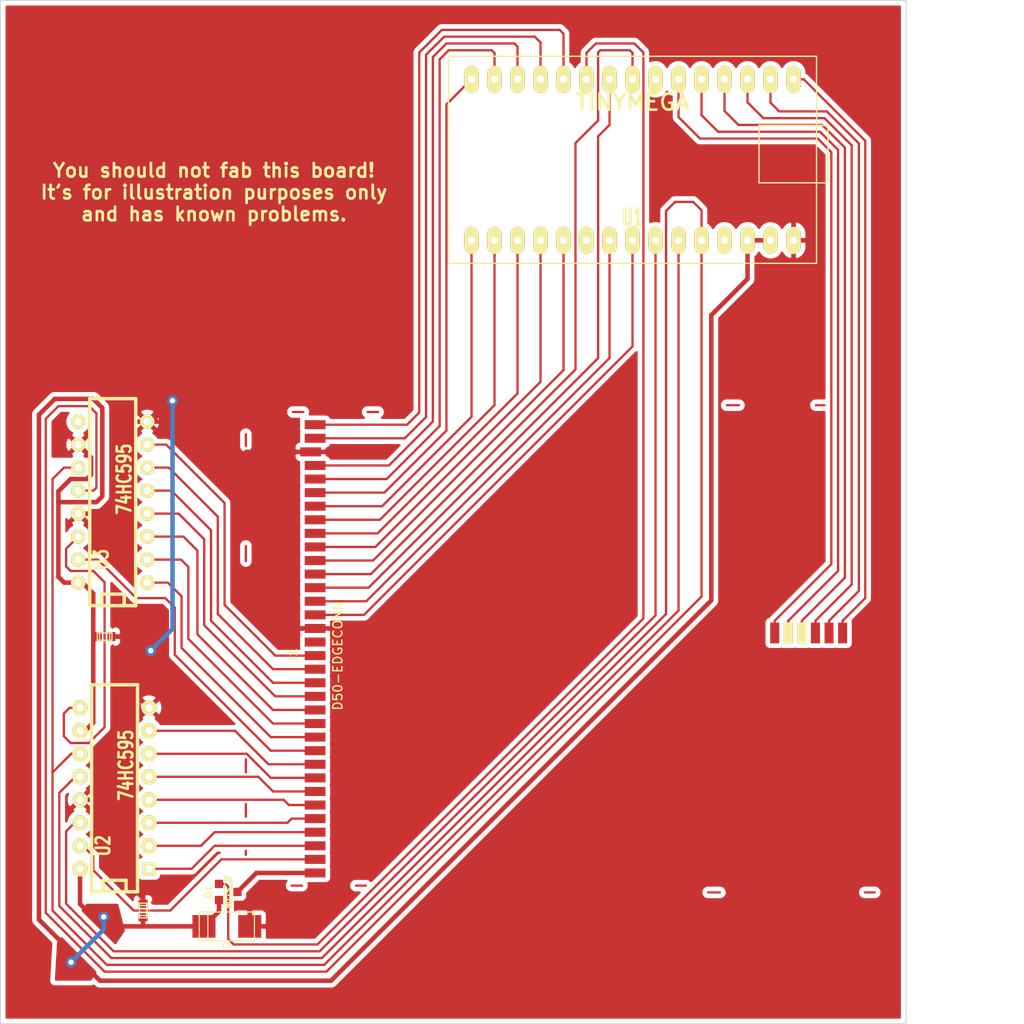
<source format=kicad_pcb>
(kicad_pcb (version 20171130) (host pcbnew "(5.1.7)-1")

  (general
    (thickness 1.6)
    (drawings 69)
    (tracks 336)
    (zones 0)
    (modules 9)
    (nets 49)
  )

  (page A4)
  (layers
    (0 F.Cu signal)
    (31 B.Cu signal)
    (32 B.Adhes user)
    (33 F.Adhes user)
    (34 B.Paste user)
    (35 F.Paste user)
    (36 B.SilkS user)
    (37 F.SilkS user)
    (38 B.Mask user)
    (39 F.Mask user)
    (40 Dwgs.User user)
    (41 Cmts.User user)
    (42 Eco1.User user)
    (43 Eco2.User user)
    (44 Edge.Cuts user)
  )

  (setup
    (last_trace_width 0.254)
    (user_trace_width 0.254)
    (user_trace_width 0.4)
    (user_trace_width 0.5)
    (user_trace_width 1.5)
    (trace_clearance 0.2)
    (zone_clearance 0.508)
    (zone_45_only no)
    (trace_min 0.2)
    (via_size 0.9)
    (via_drill 0.4)
    (via_min_size 0.7)
    (via_min_drill 0.35)
    (uvia_size 0.508)
    (uvia_drill 0.127)
    (uvias_allowed no)
    (uvia_min_size 0.508)
    (uvia_min_drill 0.127)
    (edge_width 0.1)
    (segment_width 0.1)
    (pcb_text_width 0.3)
    (pcb_text_size 1.5 1.5)
    (mod_edge_width 0.15)
    (mod_text_size 1 1)
    (mod_text_width 0.15)
    (pad_size 1.6 1.6)
    (pad_drill 0.8128)
    (pad_to_mask_clearance 0)
    (aux_axis_origin 0 0)
    (visible_elements 7FFFFFFF)
    (pcbplotparams
      (layerselection 0x00030_ffffffff)
      (usegerberextensions true)
      (usegerberattributes true)
      (usegerberadvancedattributes true)
      (creategerberjobfile true)
      (excludeedgelayer true)
      (linewidth 0.150000)
      (plotframeref false)
      (viasonmask false)
      (mode 1)
      (useauxorigin false)
      (hpglpennumber 1)
      (hpglpenspeed 20)
      (hpglpendiameter 15.000000)
      (psnegative false)
      (psa4output false)
      (plotreference true)
      (plotvalue false)
      (plotinvisibletext false)
      (padsonsilk false)
      (subtractmaskfromsilk false)
      (outputformat 1)
      (mirror false)
      (drillshape 0)
      (scaleselection 1)
      (outputdirectory "../cam/"))
  )

  (net 0 "")
  (net 1 +5V)
  (net 2 GND)
  (net 3 "Net-(J1-Pad1)")
  (net 4 "Net-(J1-Pad2)")
  (net 5 "Net-(J1-Pad3)")
  (net 6 "Net-(J1-Pad4)")
  (net 7 "Net-(J1-Pad5)")
  (net 8 "Net-(J1-Pad6)")
  (net 9 "Net-(J1-Pad7)")
  (net 10 "Net-(J1-Pad8)")
  (net 11 "Net-(J1-Pad9)")
  (net 12 "Net-(J1-Pad10)")
  (net 13 "Net-(J1-Pad11)")
  (net 14 "Net-(J1-Pad12)")
  (net 15 "Net-(J1-Pad13)")
  (net 16 "Net-(J1-Pad14)")
  (net 17 "Net-(J1-Pad15)")
  (net 18 "Net-(J1-Pad16)")
  (net 19 "Net-(J1-Pad17)")
  (net 20 /A16)
  (net 21 "Net-(J1-Pad20)")
  (net 22 "Net-(J1-Pad21)")
  (net 23 "Net-(J1-Pad22)")
  (net 24 "Net-(J1-Pad23)")
  (net 25 "Net-(J1-Pad24)")
  (net 26 "Net-(J1-Pad25)")
  (net 27 "Net-(J1-Pad26)")
  (net 28 "Net-(J1-Pad27)")
  (net 29 "Net-(J1-Pad28)")
  (net 30 "Net-(J1-Pad29)")
  (net 31 "Net-(J1-Pad30)")
  (net 32 "Net-(J1-Pad31)")
  (net 33 "Net-(J1-Pad33)")
  (net 34 "Net-(J1-Pad34)")
  (net 35 "Net-(J2-Pad2)")
  (net 36 "Net-(J2-Pad3)")
  (net 37 "Net-(J2-Pad1)")
  (net 38 "Net-(J2-Pad4)")
  (net 39 "Net-(J2-Pad5)")
  (net 40 "Net-(J2-Pad6)")
  (net 41 "Net-(Q1-PadG)")
  (net 42 "Net-(U1-Pad5)")
  (net 43 "Net-(U1-Pad6)")
  (net 44 "Net-(U1-Pad7)")
  (net 45 "Net-(U1-Pad10)")
  (net 46 "Net-(U1-Pad24)")
  (net 47 "Net-(U2-Pad9)")
  (net 48 "Net-(U3-Pad9)")

  (net_class Default "This is the default net class."
    (clearance 0.2)
    (trace_width 0.254)
    (via_dia 0.9)
    (via_drill 0.4)
    (uvia_dia 0.508)
    (uvia_drill 0.127)
    (add_net /A16)
    (add_net "Net-(J1-Pad1)")
    (add_net "Net-(J1-Pad10)")
    (add_net "Net-(J1-Pad11)")
    (add_net "Net-(J1-Pad12)")
    (add_net "Net-(J1-Pad13)")
    (add_net "Net-(J1-Pad14)")
    (add_net "Net-(J1-Pad15)")
    (add_net "Net-(J1-Pad16)")
    (add_net "Net-(J1-Pad17)")
    (add_net "Net-(J1-Pad2)")
    (add_net "Net-(J1-Pad20)")
    (add_net "Net-(J1-Pad21)")
    (add_net "Net-(J1-Pad22)")
    (add_net "Net-(J1-Pad23)")
    (add_net "Net-(J1-Pad24)")
    (add_net "Net-(J1-Pad25)")
    (add_net "Net-(J1-Pad26)")
    (add_net "Net-(J1-Pad27)")
    (add_net "Net-(J1-Pad28)")
    (add_net "Net-(J1-Pad29)")
    (add_net "Net-(J1-Pad3)")
    (add_net "Net-(J1-Pad30)")
    (add_net "Net-(J1-Pad31)")
    (add_net "Net-(J1-Pad33)")
    (add_net "Net-(J1-Pad34)")
    (add_net "Net-(J1-Pad4)")
    (add_net "Net-(J1-Pad5)")
    (add_net "Net-(J1-Pad6)")
    (add_net "Net-(J1-Pad7)")
    (add_net "Net-(J1-Pad8)")
    (add_net "Net-(J1-Pad9)")
    (add_net "Net-(J2-Pad1)")
    (add_net "Net-(J2-Pad2)")
    (add_net "Net-(J2-Pad3)")
    (add_net "Net-(J2-Pad4)")
    (add_net "Net-(J2-Pad5)")
    (add_net "Net-(J2-Pad6)")
    (add_net "Net-(Q1-PadG)")
    (add_net "Net-(U1-Pad10)")
    (add_net "Net-(U1-Pad24)")
    (add_net "Net-(U1-Pad5)")
    (add_net "Net-(U1-Pad6)")
    (add_net "Net-(U1-Pad7)")
    (add_net "Net-(U2-Pad9)")
    (add_net "Net-(U3-Pad9)")
  )

  (net_class Power ""
    (clearance 0.2)
    (trace_width 0.5)
    (via_dia 1.2)
    (via_drill 0.6)
    (uvia_dia 0.508)
    (uvia_drill 0.127)
    (add_net +5V)
    (add_net GND)
  )

  (module 6P_TESTPT locked (layer F.Cu) (tedit 54E3B9BE) (tstamp 54E3B827)
    (at 103 83.85)
    (descr "module 4 pin")
    (tags DEV)
    (path /54D917D6)
    (fp_text reference J2 (at 0 -2.667) (layer F.SilkS) hide
      (effects (font (size 0.762 0.762) (thickness 0.127)))
    )
    (fp_text value CONN_6 (at 0 2.794) (layer F.SilkS) hide
      (effects (font (size 0.762 0.762) (thickness 0.127)))
    )
    (pad 2 smd rect (at -3 0) (size 1 2.3) (layers F.Cu F.Paste F.SilkS F.Mask)
      (net 35 "Net-(J2-Pad2)"))
    (pad 3 smd rect (at -1.5 0) (size 1 2.3) (layers F.Cu F.Paste F.SilkS F.Mask)
      (net 36 "Net-(J2-Pad3)"))
    (pad 1 smd rect (at -4.5 0) (size 1 2.3) (layers F.Cu F.Paste F.Mask)
      (net 37 "Net-(J2-Pad1)"))
    (pad 4 smd rect (at 0 0) (size 1 2.3) (layers F.Cu F.Paste F.Mask)
      (net 38 "Net-(J2-Pad4)"))
    (pad 5 smd rect (at 1.5 0) (size 1 2.3) (layers F.Cu F.Paste F.Mask)
      (net 39 "Net-(J2-Pad5)"))
    (pad 6 smd rect (at 3 0) (size 1 2.3) (layers F.Cu F.Paste F.Mask)
      (net 40 "Net-(J2-Pad6)"))
  )

  (module d50conn_test locked (layer F.Cu) (tedit 54E3B1CC) (tstamp 54E3B899)
    (at 47.75 86.35 90)
    (path /54D90C35)
    (fp_text reference J1 (at 0 -2.5 90) (layer F.SilkS)
      (effects (font (size 1 1) (thickness 0.15)))
    )
    (fp_text value D50-EDGECONN (at 0 2.5 90) (layer F.SilkS)
      (effects (font (size 1 1) (thickness 0.15)))
    )
    (pad 1 smd rect (at -24 0 90) (size 1 2.3) (layers F.Cu F.Paste F.Mask)
      (net 3 "Net-(J1-Pad1)"))
    (pad 2 smd rect (at -22.5 0 90) (size 1 2.3) (layers F.Cu F.Paste F.Mask)
      (net 4 "Net-(J1-Pad2)"))
    (pad 3 smd rect (at -21 0 90) (size 1 2.3) (layers F.Cu F.Paste F.Mask)
      (net 5 "Net-(J1-Pad3)"))
    (pad 4 smd rect (at -19.5 0 90) (size 1 2.3) (layers F.Cu F.Paste F.Mask)
      (net 6 "Net-(J1-Pad4)"))
    (pad 5 smd rect (at -18 0 90) (size 1 2.3) (layers F.Cu F.Paste F.Mask)
      (net 7 "Net-(J1-Pad5)"))
    (pad 6 smd rect (at -16.5 0 90) (size 1 2.3) (layers F.Cu F.Paste F.Mask)
      (net 8 "Net-(J1-Pad6)"))
    (pad 7 smd rect (at -15 0 90) (size 1 2.3) (layers F.Cu F.Paste F.Mask)
      (net 9 "Net-(J1-Pad7)"))
    (pad 8 smd rect (at -13.5 0 90) (size 1 2.3) (layers F.Cu F.Paste F.Mask)
      (net 10 "Net-(J1-Pad8)"))
    (pad 9 smd rect (at -12 0 90) (size 1 2.3) (layers F.Cu F.Paste F.Mask)
      (net 11 "Net-(J1-Pad9)"))
    (pad 10 smd rect (at -10.5 0 90) (size 1 2.3) (layers F.Cu F.Paste F.Mask)
      (net 12 "Net-(J1-Pad10)"))
    (pad 11 smd rect (at -9 0 90) (size 1 2.3) (layers F.Cu F.Paste F.Mask)
      (net 13 "Net-(J1-Pad11)"))
    (pad 12 smd rect (at -7.5 0 90) (size 1 2.3) (layers F.Cu F.Paste F.Mask)
      (net 14 "Net-(J1-Pad12)"))
    (pad 13 smd rect (at -6 0 90) (size 1 2.3) (layers F.Cu F.Paste F.Mask)
      (net 15 "Net-(J1-Pad13)"))
    (pad 14 smd rect (at -4.5 0 90) (size 1 2.3) (layers F.Cu F.Paste F.Mask)
      (net 16 "Net-(J1-Pad14)"))
    (pad 15 smd rect (at -3 0 90) (size 1 2.3) (layers F.Cu F.Paste F.Mask)
      (net 17 "Net-(J1-Pad15)"))
    (pad 16 smd rect (at -1.5 0 90) (size 1 2.3) (layers F.Cu F.Paste F.Mask)
      (net 18 "Net-(J1-Pad16)"))
    (pad 17 smd rect (at 0 0 90) (size 1 2.3) (layers F.Cu F.Paste F.Mask)
      (net 19 "Net-(J1-Pad17)"))
    (pad 18 smd rect (at 1.5 0 90) (size 1 2.3) (layers F.Cu F.Paste F.Mask)
      (net 20 /A16))
    (pad 19 smd rect (at 3 0 90) (size 1 2.3) (layers F.Cu F.Paste F.Mask)
      (net 2 GND))
    (pad 20 smd rect (at 4.5 0 90) (size 1 2.3) (layers F.Cu F.Paste F.Mask)
      (net 21 "Net-(J1-Pad20)"))
    (pad 21 smd rect (at 6 0 90) (size 1 2.3) (layers F.Cu F.Paste F.Mask)
      (net 22 "Net-(J1-Pad21)"))
    (pad 22 smd rect (at 7.5 0 90) (size 1 2.3) (layers F.Cu F.Paste F.Mask)
      (net 23 "Net-(J1-Pad22)"))
    (pad 23 smd rect (at 9 0 90) (size 1 2.3) (layers F.Cu F.Paste F.Mask)
      (net 24 "Net-(J1-Pad23)"))
    (pad 24 smd rect (at 10.5 0 90) (size 1 2.3) (layers F.Cu F.Paste F.Mask)
      (net 25 "Net-(J1-Pad24)"))
    (pad 25 smd rect (at 12 0 90) (size 1 2.3) (layers F.Cu F.Paste F.Mask)
      (net 26 "Net-(J1-Pad25)"))
    (pad 26 smd rect (at 13.5 0 90) (size 1 2.3) (layers F.Cu F.Paste F.Mask)
      (net 27 "Net-(J1-Pad26)"))
    (pad 27 smd rect (at 15 0 90) (size 1 2.3) (layers F.Cu F.Paste F.Mask)
      (net 28 "Net-(J1-Pad27)"))
    (pad 28 smd rect (at 16.5 0 90) (size 1 2.3) (layers F.Cu F.Paste F.Mask)
      (net 29 "Net-(J1-Pad28)"))
    (pad 29 smd rect (at 18 0 90) (size 1 2.3) (layers F.Cu F.Paste F.Mask)
      (net 30 "Net-(J1-Pad29)"))
    (pad 30 smd rect (at 19.5 0 90) (size 1 2.3) (layers F.Cu F.Paste F.Mask)
      (net 31 "Net-(J1-Pad30)"))
    (pad 31 smd rect (at 21 0 90) (size 1 2.3) (layers F.Cu F.Paste F.Mask)
      (net 32 "Net-(J1-Pad31)"))
    (pad 32 smd rect (at 22.5 -0.5 90) (size 1 2.3) (layers F.Cu F.Paste F.Mask)
      (net 2 GND))
    (pad 33 smd rect (at 24 0 90) (size 1 2.3) (layers F.Cu F.Paste F.Mask)
      (net 33 "Net-(J1-Pad33)"))
    (pad 34 smd rect (at 25.5 0 90) (size 1 2.3) (layers F.Cu F.Paste F.Mask)
      (net 34 "Net-(J1-Pad34)"))
  )

  (module SOT23GDS (layer F.Cu) (tedit 50911E03) (tstamp 54E3BD05)
    (at 38.15 112.45 90)
    (descr "Module CMS SOT23 Transistore EBC")
    (tags "CMS SOT")
    (path /54E3BA63)
    (attr smd)
    (fp_text reference Q1 (at 0 -2.159 90) (layer F.SilkS)
      (effects (font (size 0.762 0.762) (thickness 0.12954)))
    )
    (fp_text value MOS_P (at 0 0 90) (layer F.SilkS)
      (effects (font (size 0.762 0.762) (thickness 0.12954)))
    )
    (fp_line (start -1.524 0.381) (end -1.524 -0.381) (layer F.SilkS) (width 0.11938))
    (fp_line (start 1.524 0.381) (end -1.524 0.381) (layer F.SilkS) (width 0.11938))
    (fp_line (start 1.524 -0.381) (end 1.524 0.381) (layer F.SilkS) (width 0.11938))
    (fp_line (start -1.524 -0.381) (end 1.524 -0.381) (layer F.SilkS) (width 0.11938))
    (pad S smd rect (at -0.889 -1.016 90) (size 0.9144 0.9144) (layers F.Cu F.Paste F.Mask)
      (net 1 +5V))
    (pad G smd rect (at 0.889 -1.016 90) (size 0.9144 0.9144) (layers F.Cu F.Paste F.Mask)
      (net 41 "Net-(Q1-PadG)"))
    (pad D smd rect (at 0 1.016 90) (size 0.9144 0.9144) (layers F.Cu F.Paste F.Mask)
      (net 3 "Net-(J1-Pad1)"))
    (model smd/cms_sot23.wrl
      (at (xyz 0 0 0))
      (scale (xyz 0.13 0.15 0.15))
      (rotate (xyz 0 0 0))
    )
  )

  (module c_0603 (layer F.Cu) (tedit 490472AA) (tstamp 54FCBB6E)
    (at 24.5 84.25 180)
    (descr "SMT capacitor, 0603")
    (path /54FCB93D)
    (fp_text reference C1 (at 0 -0.635 180) (layer F.SilkS)
      (effects (font (size 0.20066 0.20066) (thickness 0.04064)))
    )
    (fp_text value 100n (at 0 0.635 180) (layer F.SilkS) hide
      (effects (font (size 0.20066 0.20066) (thickness 0.04064)))
    )
    (fp_line (start -0.8128 0.4064) (end -0.8128 -0.4064) (layer F.SilkS) (width 0.127))
    (fp_line (start 0.8128 0.4064) (end -0.8128 0.4064) (layer F.SilkS) (width 0.127))
    (fp_line (start 0.8128 -0.4064) (end 0.8128 0.4064) (layer F.SilkS) (width 0.127))
    (fp_line (start -0.8128 -0.4064) (end 0.8128 -0.4064) (layer F.SilkS) (width 0.127))
    (fp_line (start -0.5588 -0.381) (end -0.5588 0.4064) (layer F.SilkS) (width 0.127))
    (fp_line (start 0.5588 0.4064) (end 0.5588 -0.4064) (layer F.SilkS) (width 0.127))
    (pad 1 smd rect (at 0.75184 0 180) (size 0.89916 1.00076) (layers F.Cu F.Paste F.Mask)
      (net 1 +5V))
    (pad 2 smd rect (at -0.75184 0 180) (size 0.89916 1.00076) (layers F.Cu F.Paste F.Mask)
      (net 2 GND))
    (model smd/capacitors/c_0603.wrl
      (at (xyz 0 0 0))
      (scale (xyz 1 1 1))
      (rotate (xyz 0 0 0))
    )
  )

  (module c_0603 (layer F.Cu) (tedit 490472AA) (tstamp 54FCB9AB)
    (at 28.75 114.5 270)
    (descr "SMT capacitor, 0603")
    (path /54FCB94A)
    (fp_text reference C2 (at 0 -0.635 270) (layer F.SilkS)
      (effects (font (size 0.20066 0.20066) (thickness 0.04064)))
    )
    (fp_text value 100n (at 0 0.635 270) (layer F.SilkS) hide
      (effects (font (size 0.20066 0.20066) (thickness 0.04064)))
    )
    (fp_line (start -0.8128 0.4064) (end -0.8128 -0.4064) (layer F.SilkS) (width 0.127))
    (fp_line (start 0.8128 0.4064) (end -0.8128 0.4064) (layer F.SilkS) (width 0.127))
    (fp_line (start 0.8128 -0.4064) (end 0.8128 0.4064) (layer F.SilkS) (width 0.127))
    (fp_line (start -0.8128 -0.4064) (end 0.8128 -0.4064) (layer F.SilkS) (width 0.127))
    (fp_line (start -0.5588 -0.381) (end -0.5588 0.4064) (layer F.SilkS) (width 0.127))
    (fp_line (start 0.5588 0.4064) (end 0.5588 -0.4064) (layer F.SilkS) (width 0.127))
    (pad 1 smd rect (at 0.75184 0 270) (size 0.89916 1.00076) (layers F.Cu F.Paste F.Mask)
      (net 1 +5V))
    (pad 2 smd rect (at -0.75184 0 270) (size 0.89916 1.00076) (layers F.Cu F.Paste F.Mask)
      (net 2 GND))
    (model smd/capacitors/c_0603.wrl
      (at (xyz 0 0 0))
      (scale (xyz 1 1 1))
      (rotate (xyz 0 0 0))
    )
  )

  (module c_tant_C (layer F.Cu) (tedit 4D5D91B9) (tstamp 54FCBD32)
    (at 38 116.25 180)
    (descr "SMT capacitor, tantalum size C")
    (path /54FCBCB3)
    (fp_text reference C3 (at 0 -2.159 180) (layer F.SilkS)
      (effects (font (size 0.50038 0.50038) (thickness 0.11938)))
    )
    (fp_text value 4u7 (at 0 2.0955 180) (layer F.SilkS) hide
      (effects (font (size 0.50038 0.50038) (thickness 0.11938)))
    )
    (fp_line (start 3.048 -1.5875) (end -3.048 -1.5875) (layer F.SilkS) (width 0.127))
    (fp_line (start 3.048 1.5875) (end 3.048 -1.5875) (layer F.SilkS) (width 0.127))
    (fp_line (start -3.048 1.5875) (end 3.048 1.5875) (layer F.SilkS) (width 0.127))
    (fp_line (start -3.048 -1.5875) (end -3.048 1.5875) (layer F.SilkS) (width 0.127))
    (fp_line (start 2.0955 -1.5875) (end 2.0955 1.5875) (layer F.SilkS) (width 0.127))
    (pad 1 smd rect (at 2.52476 0 180) (size 2.55016 2.49936) (layers F.Cu F.Paste F.Mask)
      (net 1 +5V))
    (pad 2 smd rect (at -2.52476 0 180) (size 2.55016 2.49936) (layers F.Cu F.Paste F.Mask)
      (net 2 GND))
    (model smd/capacitors/c_tant_C.wrl
      (at (xyz 0 0 0))
      (scale (xyz 1 1 1))
      (rotate (xyz 0 0 0))
    )
  )

  (module DIP-16__300 (layer F.Cu) (tedit 5545169E) (tstamp 54E3B81D)
    (at 25.4 69.4 90)
    (descr "16 pins DIL package, round pads")
    (tags DIL)
    (path /54D90C67)
    (fp_text reference U3 (at -6.35 -1.27 90) (layer F.SilkS)
      (effects (font (size 1.524 1.143) (thickness 0.3048)))
    )
    (fp_text value 74HC595 (at 2.54 1.27 90) (layer F.SilkS)
      (effects (font (size 1.524 1.143) (thickness 0.3048)))
    )
    (fp_line (start -11.43 2.54) (end -11.43 -2.54) (layer F.SilkS) (width 0.381))
    (fp_line (start 11.43 2.54) (end -11.43 2.54) (layer F.SilkS) (width 0.381))
    (fp_line (start 11.43 -2.54) (end 11.43 2.54) (layer F.SilkS) (width 0.381))
    (fp_line (start -11.43 -2.54) (end 11.43 -2.54) (layer F.SilkS) (width 0.381))
    (fp_line (start -10.16 1.27) (end -11.43 1.27) (layer F.SilkS) (width 0.381))
    (fp_line (start -10.16 -1.27) (end -10.16 1.27) (layer F.SilkS) (width 0.381))
    (fp_line (start -11.43 -1.27) (end -10.16 -1.27) (layer F.SilkS) (width 0.381))
    (fp_line (start -11.43 -1.27) (end -11.43 -1.27) (layer F.SilkS) (width 0.381))
    (pad 1 thru_hole circle (at -8.89 3.81 90) (size 1.6 1.6) (drill 0.8128) (layers *.Cu *.Mask F.SilkS)
      (net 13 "Net-(J1-Pad11)"))
    (pad 2 thru_hole circle (at -6.35 3.81 90) (size 1.6 1.6) (drill 0.8128) (layers *.Cu *.Mask F.SilkS)
      (net 14 "Net-(J1-Pad12)"))
    (pad 3 thru_hole circle (at -3.81 3.81 90) (size 1.6 1.6) (drill 0.8128) (layers *.Cu *.Mask F.SilkS)
      (net 15 "Net-(J1-Pad13)"))
    (pad 4 thru_hole circle (at -1.27 3.81 90) (size 1.6 1.6) (drill 0.8128) (layers *.Cu *.Mask F.SilkS)
      (net 16 "Net-(J1-Pad14)"))
    (pad 5 thru_hole circle (at 1.27 3.81 90) (size 1.6 1.6) (drill 0.8128) (layers *.Cu *.Mask F.SilkS)
      (net 17 "Net-(J1-Pad15)"))
    (pad 6 thru_hole circle (at 3.81 3.81 90) (size 1.6 1.6) (drill 0.8128) (layers *.Cu *.Mask F.SilkS)
      (net 18 "Net-(J1-Pad16)"))
    (pad 7 thru_hole circle (at 6.35 3.81 90) (size 1.6 1.6) (drill 0.8128) (layers *.Cu *.Mask F.SilkS)
      (net 19 "Net-(J1-Pad17)"))
    (pad 8 thru_hole circle (at 8.89 3.81 90) (size 1.6 1.6) (drill 0.8128) (layers *.Cu *.Mask F.SilkS)
      (net 2 GND))
    (pad 9 thru_hole circle (at 8.89 -3.81 90) (size 1.6 1.6) (drill 0.8128) (layers *.Cu *.Mask F.SilkS)
      (net 48 "Net-(U3-Pad9)"))
    (pad 10 thru_hole circle (at 6.35 -3.81 90) (size 1.6 1.6) (drill 0.8128) (layers *.Cu *.Mask F.SilkS)
      (net 1 +5V))
    (pad 11 thru_hole circle (at 3.81 -3.81 90) (size 1.6 1.6) (drill 0.8128) (layers *.Cu *.Mask F.SilkS)
      (net 43 "Net-(U1-Pad6)"))
    (pad 12 thru_hole circle (at 1.27 -3.81 90) (size 1.6 1.6) (drill 0.8128) (layers *.Cu *.Mask F.SilkS)
      (net 42 "Net-(U1-Pad5)"))
    (pad 13 thru_hole circle (at -1.27 -3.81 90) (size 1.6 1.6) (drill 0.8128) (layers *.Cu *.Mask F.SilkS)
      (net 2 GND))
    (pad 14 thru_hole circle (at -3.81 -3.81 90) (size 1.6 1.6) (drill 0.8128) (layers *.Cu *.Mask F.SilkS)
      (net 47 "Net-(U2-Pad9)"))
    (pad 15 thru_hole circle (at -6.35 -3.81 90) (size 1.6 1.6) (drill 0.8128) (layers *.Cu *.Mask F.SilkS)
      (net 12 "Net-(J1-Pad10)"))
    (pad 16 thru_hole circle (at -8.89 -3.81 90) (size 1.6 1.6) (drill 0.8128) (layers *.Cu *.Mask F.SilkS)
      (net 1 +5V))
    (model dil/dil_16.wrl
      (at (xyz 0 0 0))
      (scale (xyz 1 1 1))
      (rotate (xyz 0 0 0))
    )
  )

  (module DIP-16__300 (layer F.Cu) (tedit 200000) (tstamp 54E3B802)
    (at 25.6 101 90)
    (descr "16 pins DIL package, round pads")
    (tags DIL)
    (path /54D90C5A)
    (fp_text reference U2 (at -6.35 -1.27 90) (layer F.SilkS)
      (effects (font (size 1.524 1.143) (thickness 0.3048)))
    )
    (fp_text value 74HC595 (at 2.54 1.27 90) (layer F.SilkS)
      (effects (font (size 1.524 1.143) (thickness 0.3048)))
    )
    (fp_line (start -11.43 2.54) (end -11.43 -2.54) (layer F.SilkS) (width 0.381))
    (fp_line (start 11.43 2.54) (end -11.43 2.54) (layer F.SilkS) (width 0.381))
    (fp_line (start 11.43 -2.54) (end 11.43 2.54) (layer F.SilkS) (width 0.381))
    (fp_line (start -11.43 -2.54) (end 11.43 -2.54) (layer F.SilkS) (width 0.381))
    (fp_line (start -10.16 1.27) (end -11.43 1.27) (layer F.SilkS) (width 0.381))
    (fp_line (start -10.16 -1.27) (end -10.16 1.27) (layer F.SilkS) (width 0.381))
    (fp_line (start -11.43 -1.27) (end -10.16 -1.27) (layer F.SilkS) (width 0.381))
    (fp_line (start -11.43 -1.27) (end -11.43 -1.27) (layer F.SilkS) (width 0.381))
    (pad 1 thru_hole rect (at -8.89 3.81 90) (size 1.397 1.397) (drill 0.8128) (layers *.Cu *.Mask F.SilkS)
      (net 5 "Net-(J1-Pad3)"))
    (pad 2 thru_hole circle (at -6.35 3.81 90) (size 1.7 1.7) (drill 0.8128) (layers *.Cu *.Mask F.SilkS)
      (net 6 "Net-(J1-Pad4)"))
    (pad 3 thru_hole circle (at -3.81 3.81 90) (size 1.7 1.7) (drill 0.8128) (layers *.Cu *.Mask F.SilkS)
      (net 7 "Net-(J1-Pad5)"))
    (pad 4 thru_hole circle (at -1.27 3.81 90) (size 1.7 1.7) (drill 0.8128) (layers *.Cu *.Mask F.SilkS)
      (net 8 "Net-(J1-Pad6)"))
    (pad 5 thru_hole circle (at 1.27 3.81 90) (size 1.7 1.7) (drill 0.8128) (layers *.Cu *.Mask F.SilkS)
      (net 9 "Net-(J1-Pad7)"))
    (pad 6 thru_hole circle (at 3.81 3.81 90) (size 1.7 1.7) (drill 0.8128) (layers *.Cu *.Mask F.SilkS)
      (net 10 "Net-(J1-Pad8)"))
    (pad 7 thru_hole circle (at 6.35 3.81 90) (size 1.7 1.7) (drill 0.8128) (layers *.Cu *.Mask F.SilkS)
      (net 11 "Net-(J1-Pad9)"))
    (pad 8 thru_hole circle (at 8.89 3.81 90) (size 1.7 1.7) (drill 0.8128) (layers *.Cu *.Mask F.SilkS)
      (net 2 GND))
    (pad 9 thru_hole circle (at 8.89 -3.81 90) (size 1.7 1.7) (drill 0.8128) (layers *.Cu *.Mask F.SilkS)
      (net 47 "Net-(U2-Pad9)"))
    (pad 10 thru_hole circle (at 6.35 -3.81 90) (size 1.7 1.7) (drill 0.8128) (layers *.Cu *.Mask F.SilkS)
      (net 1 +5V))
    (pad 11 thru_hole circle (at 3.81 -3.81 90) (size 1.7 1.7) (drill 0.8128) (layers *.Cu *.Mask F.SilkS)
      (net 43 "Net-(U1-Pad6)"))
    (pad 12 thru_hole circle (at 1.27 -3.81 90) (size 1.7 1.7) (drill 0.8128) (layers *.Cu *.Mask F.SilkS)
      (net 42 "Net-(U1-Pad5)"))
    (pad 13 thru_hole circle (at -1.27 -3.81 90) (size 1.7 1.7) (drill 0.8128) (layers *.Cu *.Mask F.SilkS)
      (net 2 GND))
    (pad 14 thru_hole circle (at -3.81 -3.81 90) (size 1.7 1.7) (drill 0.8128) (layers *.Cu *.Mask F.SilkS)
      (net 44 "Net-(U1-Pad7)"))
    (pad 15 thru_hole circle (at -6.35 -3.81 90) (size 1.7 1.7) (drill 0.8128) (layers *.Cu *.Mask F.SilkS)
      (net 4 "Net-(J1-Pad2)"))
    (pad 16 thru_hole circle (at -8.89 -3.81 90) (size 1.7 1.7) (drill 0.8128) (layers *.Cu *.Mask F.SilkS)
      (net 1 +5V))
    (model dil/dil_16.wrl
      (at (xyz 0 0 0))
      (scale (xyz 1 1 1))
      (rotate (xyz 0 0 0))
    )
  )

  (module TinyMega (layer F.Cu) (tedit 55451670) (tstamp 54E3B7E7)
    (at 82.8 31.6 180)
    (descr "TinyMega board")
    (tags TINYMEGA)
    (path /54D9F102)
    (fp_text reference U1 (at 0 -6.35 180) (layer F.SilkS)
      (effects (font (size 1.778 1.143) (thickness 0.28575)))
    )
    (fp_text value TINYMEGA (at 0 6.35 180) (layer F.SilkS)
      (effects (font (size 1.778 1.778) (thickness 0.3048)))
    )
    (fp_line (start 20.32 -11.43) (end -20.32 -11.43) (layer F.SilkS) (width 0.15))
    (fp_line (start 20.32 11.43) (end 20.32 -11.43) (layer F.SilkS) (width 0.15))
    (fp_line (start -20.32 11.43) (end 20.32 11.43) (layer F.SilkS) (width 0.15))
    (fp_line (start -20.32 -11.43) (end -20.32 11.43) (layer F.SilkS) (width 0.15))
    (fp_line (start -21.59 3.81) (end -13.97 3.81) (layer F.SilkS) (width 0.15))
    (fp_line (start -21.59 -2.54) (end -21.59 3.81) (layer F.SilkS) (width 0.15))
    (fp_line (start -13.97 -2.54) (end -13.97 3.81) (layer F.SilkS) (width 0.15))
    (fp_line (start -21.59 -2.54) (end -13.97 -2.54) (layer F.SilkS) (width 0.15))
    (pad 30 thru_hole oval (at -17.78 8.89 180) (size 1.6 3) (drill 0.8128) (layers *.Cu *.Mask F.SilkS)
      (net 40 "Net-(J2-Pad6)"))
    (pad 29 thru_hole oval (at -15.24 8.89 180) (size 1.6 3) (drill 0.8128) (layers *.Cu *.Mask F.SilkS)
      (net 39 "Net-(J2-Pad5)"))
    (pad 1 thru_hole oval (at -17.78 -8.89 180) (size 1.6 3) (drill 0.8128) (layers *.Cu *.Mask F.SilkS)
      (net 2 GND))
    (pad 2 thru_hole oval (at -15.24 -8.89 180) (size 1.6 3) (drill 0.8128) (layers *.Cu *.Mask F.SilkS)
      (net 1 +5V))
    (pad 3 thru_hole oval (at -12.7 -8.89 180) (size 1.6 3) (drill 0.8128) (layers *.Cu *.Mask F.SilkS)
      (net 1 +5V))
    (pad 4 thru_hole oval (at -10.16 -8.89 180) (size 1.6 3) (drill 0.8128) (layers *.Cu *.Mask F.SilkS)
      (net 20 /A16))
    (pad 5 thru_hole oval (at -7.62 -8.89 180) (size 1.6 3) (drill 0.8128) (layers *.Cu *.Mask F.SilkS)
      (net 42 "Net-(U1-Pad5)"))
    (pad 6 thru_hole oval (at -5.08 -8.89 180) (size 1.6 3) (drill 0.8128) (layers *.Cu *.Mask F.SilkS)
      (net 43 "Net-(U1-Pad6)"))
    (pad 7 thru_hole oval (at -2.54 -8.89 180) (size 1.6 3) (drill 0.8128) (layers *.Cu *.Mask F.SilkS)
      (net 44 "Net-(U1-Pad7)"))
    (pad 8 thru_hole oval (at 0 -8.89 180) (size 1.6 3) (drill 0.8128) (layers *.Cu *.Mask F.SilkS)
      (net 21 "Net-(J1-Pad20)"))
    (pad 9 thru_hole oval (at 2.54 -8.89 180) (size 1.6 3) (drill 0.8128) (layers *.Cu *.Mask F.SilkS)
      (net 22 "Net-(J1-Pad21)"))
    (pad 10 thru_hole oval (at 5.08 -8.89 180) (size 1.6 3) (drill 0.8128) (layers *.Cu *.Mask F.SilkS)
      (net 45 "Net-(U1-Pad10)"))
    (pad 11 thru_hole oval (at 7.62 -8.89 180) (size 1.6 3) (drill 0.8128) (layers *.Cu *.Mask F.SilkS)
      (net 25 "Net-(J1-Pad24)"))
    (pad 12 thru_hole oval (at 10.16 -8.89 180) (size 1.6 3) (drill 0.8128) (layers *.Cu *.Mask F.SilkS)
      (net 26 "Net-(J1-Pad25)"))
    (pad 13 thru_hole oval (at 12.7 -8.89 180) (size 1.6 3) (drill 0.8128) (layers *.Cu *.Mask F.SilkS)
      (net 27 "Net-(J1-Pad26)"))
    (pad 14 thru_hole oval (at 15.24 -8.89 180) (size 1.6 3) (drill 0.8128) (layers *.Cu *.Mask F.SilkS)
      (net 28 "Net-(J1-Pad27)"))
    (pad 15 thru_hole oval (at 17.78 -8.89 180) (size 1.6 3) (drill 0.8128) (layers *.Cu *.Mask F.SilkS)
      (net 29 "Net-(J1-Pad28)"))
    (pad 16 thru_hole oval (at 17.78 8.89 180) (size 1.6 3) (drill 0.8128) (layers *.Cu *.Mask F.SilkS)
      (net 30 "Net-(J1-Pad29)"))
    (pad 17 thru_hole oval (at 15.24 8.89 180) (size 1.6 3) (drill 0.8128) (layers *.Cu *.Mask F.SilkS)
      (net 31 "Net-(J1-Pad30)"))
    (pad 18 thru_hole oval (at 12.7 8.89 180) (size 1.6 3) (drill 0.8128) (layers *.Cu *.Mask F.SilkS)
      (net 32 "Net-(J1-Pad31)"))
    (pad 19 thru_hole oval (at 10.16 8.89 180) (size 1.6 3) (drill 0.8128) (layers *.Cu *.Mask F.SilkS)
      (net 33 "Net-(J1-Pad33)"))
    (pad 20 thru_hole oval (at 7.62 8.89 180) (size 1.6 3) (drill 0.8128) (layers *.Cu *.Mask F.SilkS)
      (net 34 "Net-(J1-Pad34)"))
    (pad 21 thru_hole oval (at 5.08 8.89 180) (size 1.6 3) (drill 0.8128) (layers *.Cu *.Mask F.SilkS)
      (net 41 "Net-(Q1-PadG)"))
    (pad 22 thru_hole oval (at 2.54 8.89 180) (size 1.6 3) (drill 0.8128) (layers *.Cu *.Mask F.SilkS)
      (net 23 "Net-(J1-Pad22)"))
    (pad 23 thru_hole oval (at 0 8.89 180) (size 1.6 3) (drill 0.8128) (layers *.Cu *.Mask F.SilkS)
      (net 24 "Net-(J1-Pad23)"))
    (pad 24 thru_hole oval (at -2.54 8.89 180) (size 1.6 3) (drill 0.8128) (layers *.Cu *.Mask F.SilkS)
      (net 46 "Net-(U1-Pad24)"))
    (pad 25 thru_hole oval (at -5.08 8.89 180) (size 1.6 3) (drill 0.8128) (layers *.Cu *.Mask F.SilkS)
      (net 37 "Net-(J2-Pad1)"))
    (pad 26 thru_hole oval (at -7.62 8.89 180) (size 1.6 3) (drill 0.8128) (layers *.Cu *.Mask F.SilkS)
      (net 35 "Net-(J2-Pad2)"))
    (pad 27 thru_hole oval (at -10.16 8.89 180) (size 1.6 3) (drill 0.8128) (layers *.Cu *.Mask F.SilkS)
      (net 36 "Net-(J2-Pad3)"))
    (pad 28 thru_hole oval (at -12.7 8.89 180) (size 1.6 3) (drill 0.8128) (layers *.Cu *.Mask F.SilkS)
      (net 38 "Net-(J2-Pad4)"))
    (model dil/dil_28-w600.wrl
      (at (xyz 0 0 0))
      (scale (xyz 1 1 1))
      (rotate (xyz 0 0 0))
    )
  )

  (gr_text "You should not fab this board!\nIt's for illustration purposes only\nand has known problems." (at 36.576 35.179) (layer F.SilkS)
    (effects (font (size 1.5 1.5) (thickness 0.3)))
  )
  (gr_line (start 113 14) (end 13 14) (angle 90) (layer Edge.Cuts) (width 0.1))
  (gr_line (start 13 127) (end 13 14) (angle 90) (layer Edge.Cuts) (width 0.1) (tstamp 54FCB61C))
  (gr_line (start 113 127) (end 13 127) (angle 90) (layer Edge.Cuts) (width 0.1))
  (gr_line (start 113 14) (end 113 127) (angle 90) (layer Edge.Cuts) (width 0.1))
  (gr_line (start 81.6 93.2) (end 81.4 80.2) (angle 90) (layer Cmts.User) (width 0.2))
  (gr_line (start 63.2 93.4) (end 81.6 93.2) (angle 90) (layer Cmts.User) (width 0.2))
  (gr_line (start 63.2 80.2) (end 63.2 93.4) (angle 90) (layer Cmts.User) (width 0.2))
  (gr_line (start 81 80.2) (end 63.2 80.2) (angle 90) (layer Cmts.User) (width 0.2))
  (gr_line (start 113.2 108.6) (end 111 93.4) (angle 90) (layer Cmts.User) (width 0.2))
  (gr_line (start 103.4 109.2) (end 113.2 108.6) (angle 90) (layer Cmts.User) (width 0.2))
  (gr_line (start 102.2 94.8) (end 103.4 109.2) (angle 90) (layer Cmts.User) (width 0.2))
  (gr_line (start 110.8 93.8) (end 102.2 94.8) (angle 90) (layer Cmts.User) (width 0.2))
  (gr_line (start 112.4 75.4) (end 110.8 63.2) (angle 90) (layer Cmts.User) (width 0.2))
  (gr_line (start 103.2 75.8) (end 112.4 75.4) (angle 90) (layer Cmts.User) (width 0.2))
  (gr_line (start 103.4 63.6) (end 103.2 75.8) (angle 90) (layer Cmts.User) (width 0.2))
  (gr_line (start 111 63.2) (end 103.4 63.6) (angle 90) (layer Cmts.User) (width 0.2))
  (gr_line (start 85.6 65) (end 62.2 64.2) (angle 90) (layer Cmts.User) (width 0.2))
  (gr_line (start 82.6 53.2) (end 85.6 65) (angle 90) (layer Cmts.User) (width 0.2))
  (gr_line (start 68 53) (end 82.6 53.2) (angle 90) (layer Cmts.User) (width 0.2))
  (gr_line (start 62.4 63.6) (end 68 53) (angle 90) (layer Cmts.User) (width 0.2))
  (gr_line (start 83.6 106.8) (end 62.2 107) (angle 90) (layer Cmts.User) (width 0.2))
  (gr_line (start 79.6 118.6) (end 83.6 106.8) (angle 90) (layer Cmts.User) (width 0.2))
  (gr_line (start 65 118.2) (end 79.6 118.6) (angle 90) (layer Cmts.User) (width 0.2))
  (gr_line (start 62.2 107) (end 65 118.2) (angle 90) (layer Cmts.User) (width 0.2))
  (gr_line (start 89 119.4) (end 91 112.8) (angle 90) (layer Cmts.User) (width 0.2))
  (gr_line (start 111.6 119.4) (end 89 119.4) (angle 90) (layer Cmts.User) (width 0.2))
  (gr_line (start 109.6 112.8) (end 111.6 119.4) (angle 90) (layer Cmts.User) (width 0.2))
  (gr_line (start 91 112.8) (end 109.6 112.8) (angle 90) (layer Cmts.User) (width 0.2))
  (gr_line (start 89.6 52) (end 91.6 58.4) (angle 90) (layer Cmts.User) (width 0.2))
  (gr_line (start 108 52) (end 89.6 52) (angle 90) (layer Cmts.User) (width 0.2))
  (gr_line (start 106.2 58.4) (end 108 52) (angle 90) (layer Cmts.User) (width 0.2))
  (gr_line (start 91.6 58.4) (end 106.2 58.4) (angle 90) (layer Cmts.User) (width 0.2))
  (gr_line (start 56.8 118) (end 42.8 118) (angle 90) (layer Cmts.User) (width 0.2))
  (gr_line (start 54.8 112) (end 56.8 118) (angle 90) (layer Cmts.User) (width 0.2))
  (gr_line (start 45 112) (end 54.8 112) (angle 90) (layer Cmts.User) (width 0.2))
  (gr_line (start 42.8 118) (end 45 112) (angle 90) (layer Cmts.User) (width 0.2))
  (gr_line (start 57 53) (end 41 53.2) (angle 90) (layer Cmts.User) (width 0.2))
  (gr_line (start 54.8 59.2) (end 57 53) (angle 90) (layer Cmts.User) (width 0.2))
  (gr_line (start 45.2 59.2) (end 54.8 59.2) (angle 90) (layer Cmts.User) (width 0.2))
  (gr_line (start 41 53.2) (end 45.2 59.2) (angle 90) (layer Cmts.User) (width 0.2))
  (gr_line (start 34.2 90.6) (end 34.4 81) (angle 90) (layer Cmts.User) (width 0.2))
  (gr_line (start 45.6 95.4) (end 34.2 90.6) (angle 90) (layer Cmts.User) (width 0.2))
  (gr_line (start 45.6 75.8) (end 45.6 95.4) (angle 90) (layer Cmts.User) (width 0.2))
  (gr_line (start 34.4 81) (end 45.6 75.8) (angle 90) (layer Cmts.User) (width 0.2))
  (gr_line (start 39.8 61.8) (end 34.4 60) (angle 90) (layer Cmts.User) (width 0.2))
  (gr_line (start 39.8 76) (end 39.8 61.8) (angle 90) (layer Cmts.User) (width 0.2))
  (gr_line (start 34.4 78.6) (end 39.8 76) (angle 90) (layer Cmts.User) (width 0.2))
  (gr_line (start 34.4 60) (end 34.4 78.6) (angle 90) (layer Cmts.User) (width 0.2))
  (gr_line (start 39.8 94.6) (end 34.2 93) (angle 90) (layer Cmts.User) (width 0.2))
  (gr_line (start 39.8 108.8) (end 39.8 94.6) (angle 90) (layer Cmts.User) (width 0.2))
  (gr_line (start 34.2 112) (end 39.8 108.8) (angle 90) (layer Cmts.User) (width 0.2))
  (gr_line (start 34.2 93) (end 34.2 112) (angle 90) (layer Cmts.User) (width 0.2))
  (gr_arc (start 119 124.6) (end 114 112.6) (angle 45.2) (layer Eco2.User) (width 0.1))
  (gr_line (start 125.25 112.6) (end 124 112.6) (angle 90) (layer Eco2.User) (width 0.1))
  (gr_line (start 60 112.6) (end 114 112.6) (angle 90) (layer Eco2.User) (width 0.1))
  (gr_line (start 60 58.6) (end 114 58.6) (angle 90) (layer Eco2.User) (width 0.1))
  (gr_line (start 125.25 58.6) (end 124 58.6) (angle 90) (layer Eco2.User) (width 0.1))
  (gr_arc (start 119 46.6) (end 124 58.6) (angle 45.2) (layer Eco2.User) (width 0.1))
  (gr_arc (start 125.25 111.85) (end 126 111.85) (angle 90) (layer Eco2.User) (width 0.1))
  (gr_arc (start 125.25 59.35) (end 125.25 58.6) (angle 90) (layer Eco2.User) (width 0.1))
  (gr_line (start 58.5 111.85) (end 60 112.6) (angle 90) (layer Eco2.User) (width 0.1))
  (gr_line (start 42 111.85) (end 58.5 111.85) (angle 90) (layer Eco2.User) (width 0.1))
  (gr_line (start 58.5 59.35) (end 60 58.6) (angle 90) (layer Eco2.User) (width 0.1))
  (gr_line (start 42 59.35) (end 58.5 59.35) (angle 90) (layer Eco2.User) (width 0.1))
  (gr_arc (start 42 109.85) (end 42 111.85) (angle 90) (layer Eco2.User) (width 0.1))
  (gr_arc (start 42 61.35) (end 40 61.35) (angle 90) (layer Eco2.User) (width 0.1))
  (gr_line (start 40 61.35) (end 40 109.85) (angle 90) (layer Eco2.User) (width 0.1))
  (gr_line (start 126 111.85) (end 126 59.35) (angle 90) (layer Eco2.User) (width 0.1))

  (segment (start 40.1 99.25) (end 40.1 97.8) (width 0.254) (layer F.Cu) (net 0))
  (segment (start 40.1 104.15) (end 40.1 102.75) (width 0.254) (layer F.Cu) (net 0))
  (segment (start 40.1 108.35) (end 40.1 107.9) (width 0.254) (layer F.Cu) (net 0))
  (segment (start 40.1 61.9) (end 40.1 63.2) (width 0.254) (layer F.Cu) (net 0))
  (segment (start 40.1 75.9) (end 40.1 74.25) (width 0.254) (layer F.Cu) (net 0))
  (segment (start 52.25 111.75) (end 53.35 111.75) (width 0.254) (layer F.Cu) (net 0))
  (segment (start 45.15 111.75) (end 46.3 111.75) (width 0.254) (layer F.Cu) (net 0))
  (segment (start 108.45 112.5) (end 109.55 112.5) (width 0.254) (layer F.Cu) (net 0))
  (segment (start 91.15 112.5) (end 92.45 112.5) (width 0.254) (layer F.Cu) (net 0))
  (segment (start 103.05 58.7) (end 104 58.7) (width 0.254) (layer F.Cu) (net 0))
  (segment (start 93.2 58.7) (end 94.55 58.7) (width 0.254) (layer F.Cu) (net 0))
  (segment (start 53.55 59.45) (end 54.7 59.45) (width 0.254) (layer F.Cu) (net 0))
  (segment (start 45.3 59.45) (end 46.45 59.45) (width 0.254) (layer F.Cu) (net 0))
  (segment (start 95.5 40.49) (end 98.04 40.49) (width 0.5) (layer F.Cu) (net 1))
  (segment (start 23.74816 84.25) (end 23.25 84.25) (width 0.5) (layer F.Cu) (net 1) (status 10))
  (segment (start 21.59 78.29) (end 20.04 78.29) (width 0.5) (layer F.Cu) (net 1) (status 10))
  (segment (start 19.4 77.65) (end 19.4 69.4) (width 0.5) (layer F.Cu) (net 1) (tstamp 5545CCA4))
  (segment (start 20.04 78.29) (end 19.4 77.65) (width 0.5) (layer F.Cu) (net 1) (tstamp 5545CCAB))
  (segment (start 21.4 119.65) (end 21.35 119.65) (width 0.5) (layer F.Cu) (net 1))
  (segment (start 21.35 119.65) (end 20.8 120.2) (width 0.5) (layer F.Cu) (net 1) (tstamp 5545CC42))
  (via (at 20.8 120.2) (size 1.2) (layers F.Cu B.Cu) (net 1))
  (segment (start 24.4 115.2) (end 23.8 115.8) (width 0.5) (layer F.Cu) (net 1) (tstamp 5545CC48))
  (segment (start 20.8 120.2) (end 24.4 116.6) (width 0.5) (layer B.Cu) (net 1) (tstamp 5545CC44))
  (segment (start 24.4 116.6) (end 24.4 115.2) (width 0.5) (layer B.Cu) (net 1) (tstamp 5545CC45))
  (via (at 24.4 115.2) (size 1.2) (layers F.Cu B.Cu) (net 1))
  (segment (start 19.4 69.4) (end 23.6 69.4) (width 0.5) (layer F.Cu) (net 1))
  (segment (start 21.4 119.65) (end 17.25 115.5) (width 0.5) (layer F.Cu) (net 1) (tstamp 5545CC40))
  (segment (start 17.25 115.5) (end 17.25 59.75) (width 0.5) (layer F.Cu) (net 1) (tstamp 5545CB31))
  (segment (start 17.25 59.75) (end 19 58) (width 0.5) (layer F.Cu) (net 1) (tstamp 5545CB33))
  (segment (start 19 58) (end 23.25 58) (width 0.5) (layer F.Cu) (net 1) (tstamp 5545CB35))
  (segment (start 23.25 58) (end 24.25 59) (width 0.5) (layer F.Cu) (net 1) (tstamp 5545CB36))
  (segment (start 24.25 59) (end 24.25 68.75) (width 0.5) (layer F.Cu) (net 1) (tstamp 5545CB37))
  (segment (start 24.25 68.75) (end 23.6 69.4) (width 0.5) (layer F.Cu) (net 1) (tstamp 5545CB4E))
  (segment (start 24 122.25) (end 21.4 119.65) (width 0.5) (layer F.Cu) (net 1) (tstamp 5545CB2F))
  (segment (start 91.5 48.75) (end 95.5 44.75) (width 0.5) (layer F.Cu) (net 1))
  (segment (start 91.5 80.25) (end 91.5 48.75) (width 0.5) (layer F.Cu) (net 1))
  (segment (start 49.5 122.25) (end 24 122.25) (width 0.5) (layer F.Cu) (net 1) (tstamp 54FCBE79))
  (segment (start 91.5 80.25) (end 49.5 122.25) (width 0.5) (layer F.Cu) (net 1) (tstamp 54FCBE74))
  (segment (start 19.4 69.4) (end 19.4 68.2) (width 0.5) (layer F.Cu) (net 1) (tstamp 5545CC17))
  (segment (start 23 64.46) (end 21.59 63.05) (width 0.5) (layer F.Cu) (net 1) (tstamp 5545CB56) (status 20))
  (segment (start 19.4 68.2) (end 20.75 66.85) (width 0.5) (layer F.Cu) (net 1) (tstamp 5545CB52))
  (segment (start 20.75 66.85) (end 22.55 66.85) (width 0.5) (layer F.Cu) (net 1) (tstamp 5545CB53))
  (segment (start 22.55 66.85) (end 23 66.4) (width 0.5) (layer F.Cu) (net 1) (tstamp 5545CB54))
  (segment (start 23 66.4) (end 23 64.46) (width 0.5) (layer F.Cu) (net 1) (tstamp 5545CB55))
  (segment (start 28.75 115.25184) (end 28.75 116.25) (width 0.5) (layer F.Cu) (net 1) (status 10))
  (segment (start 21.79 109.89) (end 21.79 113.79) (width 0.5) (layer F.Cu) (net 1) (status 10))
  (segment (start 21.79 113.79) (end 23.8 115.8) (width 0.5) (layer F.Cu) (net 1) (tstamp 5545CB16))
  (segment (start 24.25 116.25) (end 28.75 116.25) (width 0.5) (layer F.Cu) (net 1) (tstamp 5545CB17))
  (segment (start 23.8 115.8) (end 24.25 116.25) (width 0.5) (layer F.Cu) (net 1) (tstamp 5545CC4B))
  (segment (start 28.75 116.25) (end 35.47524 116.25) (width 0.5) (layer F.Cu) (net 1) (tstamp 5545CB1D) (status 20))
  (segment (start 21.79 94.65) (end 22.35 94.65) (width 0.5) (layer F.Cu) (net 1) (status 30))
  (segment (start 23.25 84.25) (end 23.25 93.75) (width 0.5) (layer F.Cu) (net 1) (tstamp 54FCBF7D))
  (segment (start 23.25 79.5) (end 23.25 84.25) (width 0.5) (layer F.Cu) (net 1) (tstamp 5545C9F6))
  (segment (start 22.04 78.29) (end 23.25 79.5) (width 0.5) (layer F.Cu) (net 1) (tstamp 5545C9F3) (status 10))
  (segment (start 21.59 78.29) (end 22.04 78.29) (width 0.5) (layer F.Cu) (net 1) (status 30))
  (segment (start 22.35 94.65) (end 23.25 93.75) (width 0.5) (layer F.Cu) (net 1) (tstamp 5545C9F8) (status 10))
  (segment (start 95.5 44.75) (end 95.5 40.49) (width 0.5) (layer F.Cu) (net 1) (tstamp 54FE6836) (status 20))
  (segment (start 37.134 113.339) (end 37.134 114.59124) (width 0.5) (layer F.Cu) (net 1) (status 10))
  (segment (start 37.134 114.59124) (end 35.47524 116.25) (width 0.5) (layer F.Cu) (net 1) (tstamp 54FCBD7C) (status 20))
  (segment (start 25.25184 84.25) (end 26.70184 84.25) (width 0.5) (layer F.Cu) (net 2) (status 10))
  (segment (start 26.70184 84.25) (end 28.25184 85.8) (width 0.5) (layer F.Cu) (net 2) (tstamp 5545CCF3))
  (segment (start 28.25184 85.8) (end 29.6 85.8) (width 0.5) (layer F.Cu) (net 2))
  (segment (start 29.69 60.51) (end 29.21 60.51) (width 0.5) (layer F.Cu) (net 2) (tstamp 5545CC64) (status 30))
  (segment (start 32 58.2) (end 29.69 60.51) (width 0.5) (layer F.Cu) (net 2) (tstamp 5545CC63) (status 20))
  (via (at 32 58.2) (size 1.2) (layers F.Cu B.Cu) (net 2))
  (segment (start 32 83.4) (end 32 58.2) (width 0.5) (layer B.Cu) (net 2) (tstamp 5545CC5F))
  (segment (start 29.6 85.8) (end 32 83.4) (width 0.5) (layer B.Cu) (net 2) (tstamp 5545CC5E))
  (via (at 29.6 85.8) (size 1.2) (layers F.Cu B.Cu) (net 2))
  (segment (start 21.79 102.27) (end 25.4 102.27) (width 0.5) (layer F.Cu) (net 2) (status 10))
  (segment (start 25.4 102.27) (end 25.4 102.2) (width 0.5) (layer F.Cu) (net 2) (tstamp 5545CBE6))
  (segment (start 29.41 92.11) (end 28.89 92.11) (width 0.5) (layer F.Cu) (net 2) (status 30))
  (segment (start 28.89 92.11) (end 28.25184 92.74816) (width 0.5) (layer F.Cu) (net 2) (tstamp 5545CBE1) (status 10))
  (segment (start 28.75 113.74816) (end 28.75 113.15) (width 0.5) (layer F.Cu) (net 2) (status 10))
  (segment (start 28.25184 93.26816) (end 28.25184 92.74816) (width 0.5) (layer F.Cu) (net 2) (tstamp 5545CBDD))
  (segment (start 28.25184 92.74816) (end 28.25184 85.8) (width 0.5) (layer F.Cu) (net 2) (tstamp 5545CBE4))
  (segment (start 25.4 96.12) (end 28.25184 93.26816) (width 0.5) (layer F.Cu) (net 2) (tstamp 5545CBDB))
  (segment (start 25.4 109.8) (end 25.4 102.2) (width 0.5) (layer F.Cu) (net 2) (tstamp 5545CBD9))
  (segment (start 25.4 102.2) (end 25.4 96.12) (width 0.5) (layer F.Cu) (net 2) (tstamp 5545CBE9))
  (segment (start 28.75 113.15) (end 25.4 109.8) (width 0.5) (layer F.Cu) (net 2) (tstamp 5545CBD8))
  (segment (start 29.21 60.51) (end 27.99 60.51) (width 0.5) (layer F.Cu) (net 2) (status 10))
  (segment (start 27.99 60.51) (end 26.75 61.75) (width 0.5) (layer F.Cu) (net 2) (tstamp 5545CB3B))
  (segment (start 26.75 61.75) (end 26.75 69.75) (width 0.5) (layer F.Cu) (net 2) (tstamp 5545CB3C))
  (segment (start 26.75 69.75) (end 25.83 70.67) (width 0.5) (layer F.Cu) (net 2) (tstamp 5545CB3D))
  (segment (start 25.83 70.67) (end 21.59 70.67) (width 0.5) (layer F.Cu) (net 2) (tstamp 5545CB3E) (status 20))
  (segment (start 29.21 60.51) (end 31.01 60.51) (width 0.5) (layer F.Cu) (net 2) (status 10))
  (segment (start 31.01 60.51) (end 37.25 66.75) (width 0.5) (layer F.Cu) (net 2) (tstamp 5545CA35))
  (segment (start 40.15 63.85) (end 47.25 63.85) (width 0.5) (layer F.Cu) (net 2) (status 20))
  (segment (start 37.25 66.75) (end 40.15 63.85) (width 0.5) (layer F.Cu) (net 2) (tstamp 54FCB0FA))
  (segment (start 42.35 83.35) (end 47.75 83.35) (width 0.5) (layer F.Cu) (net 2) (status 20))
  (segment (start 37.25 66.75) (end 39 68.5) (width 0.5) (layer F.Cu) (net 2) (tstamp 54FCB07C))
  (segment (start 39 80) (end 39 68.5) (width 0.5) (layer F.Cu) (net 2) (tstamp 54FCB07A))
  (segment (start 42.35 83.35) (end 39 80) (width 0.5) (layer F.Cu) (net 2) (tstamp 54FCB079))
  (segment (start 79 53.5) (end 79 29) (width 0.254) (layer F.Cu) (net 23))
  (segment (start 80.26 27.74) (end 80.26 22.71) (width 0.254) (layer F.Cu) (net 23) (tstamp 54FCB0B4) (status 20))
  (segment (start 79 29) (end 80.26 27.74) (width 0.254) (layer F.Cu) (net 23) (tstamp 54FCB0B3))
  (segment (start 47.75 78.85) (end 53.65 78.85) (width 0.254) (layer F.Cu) (net 23) (status 10))
  (segment (start 53.65 78.85) (end 79 53.5) (width 0.254) (layer F.Cu) (net 23) (tstamp 54FCB08F))
  (segment (start 48 118.25) (end 38.75 118.25) (width 0.254) (layer F.Cu) (net 41))
  (segment (start 37.861 111.561) (end 38.15 111.85) (width 0.254) (layer F.Cu) (net 41) (tstamp 54FCB43A))
  (segment (start 38.15 111.85) (end 38.15 117.65) (width 0.254) (layer F.Cu) (net 41) (tstamp 54FCB43C))
  (segment (start 37.861 111.561) (end 37.134 111.561) (width 0.254) (layer F.Cu) (net 41) (status 20))
  (segment (start 38.75 118.25) (end 38.15 117.65) (width 0.254) (layer F.Cu) (net 41) (tstamp 54FCBD5D))
  (segment (start 77.72 22.71) (end 77.72 19.78) (width 0.254) (layer F.Cu) (net 41) (status 10))
  (segment (start 84 82.25) (end 48 118.25) (width 0.254) (layer F.Cu) (net 41) (tstamp 54FCB291))
  (segment (start 84 19.75) (end 84 82.25) (width 0.254) (layer F.Cu) (net 41) (tstamp 54FCB28F))
  (segment (start 83 18.75) (end 84 19.75) (width 0.254) (layer F.Cu) (net 41) (tstamp 54FCB28D))
  (segment (start 78.75 18.75) (end 83 18.75) (width 0.254) (layer F.Cu) (net 41) (tstamp 54FCB28B))
  (segment (start 77.72 19.78) (end 78.75 18.75) (width 0.254) (layer F.Cu) (net 41) (tstamp 54FCB289))
  (segment (start 47.75 110.35) (end 41.266 110.35) (width 0.5) (layer F.Cu) (net 3) (status 10))
  (segment (start 41.266 110.35) (end 39.166 112.45) (width 0.5) (layer F.Cu) (net 3) (tstamp 54FCBD6B) (status 20))
  (segment (start 39.166 112.45) (end 39.166 112.234) (width 0.5) (layer F.Cu) (net 3) (status 30))
  (segment (start 47.75 81.85) (end 53.15 81.85) (width 0.254) (layer F.Cu) (net 21) (status 10))
  (segment (start 82.8 52.2) (end 82.8 40.49) (width 0.254) (layer F.Cu) (net 21) (tstamp 54FCB084) (status 20))
  (segment (start 53.15 81.85) (end 82.8 52.2) (width 0.254) (layer F.Cu) (net 21) (tstamp 54FCB082))
  (segment (start 60 60) (end 60 20) (width 0.254) (layer F.Cu) (net 33))
  (segment (start 57.65 62.35) (end 60 60) (width 0.254) (layer F.Cu) (net 33) (tstamp 54FCB224))
  (segment (start 47.75 62.35) (end 57.65 62.35) (width 0.254) (layer F.Cu) (net 33) (status 10))
  (segment (start 72.64 18.64) (end 72.64 22.71) (width 0.254) (layer F.Cu) (net 33) (tstamp 54FE6A78) (status 20))
  (segment (start 72 18) (end 72.64 18.64) (width 0.254) (layer F.Cu) (net 33) (tstamp 54FE6A77))
  (segment (start 62 18) (end 72 18) (width 0.254) (layer F.Cu) (net 33) (tstamp 54FE6A75))
  (segment (start 60 20) (end 62 18) (width 0.254) (layer F.Cu) (net 33) (tstamp 54FE6A73))
  (segment (start 23.25 108.5) (end 23.25 110.05) (width 0.254) (layer F.Cu) (net 4))
  (segment (start 23.25 110.05) (end 27.7 114.5) (width 0.254) (layer F.Cu) (net 4) (tstamp 5545CC27))
  (segment (start 21.79 107.35) (end 22.1 107.35) (width 0.254) (layer F.Cu) (net 4) (status 30))
  (segment (start 37.4 108.85) (end 47.75 108.85) (width 0.254) (layer F.Cu) (net 4) (tstamp 5545CB2B) (status 20))
  (segment (start 31.75 114.5) (end 37.4 108.85) (width 0.254) (layer F.Cu) (net 4) (tstamp 5545CB29))
  (segment (start 27.7 114.5) (end 31.75 114.5) (width 0.254) (layer F.Cu) (net 4) (tstamp 5545CC22))
  (segment (start 22.1 107.35) (end 23.25 108.5) (width 0.254) (layer F.Cu) (net 4) (tstamp 5545CB20) (status 10))
  (segment (start 21.79 104.81) (end 21.19 104.81) (width 0.254) (layer F.Cu) (net 44) (status 30))
  (segment (start 21.19 104.81) (end 20.25 105.75) (width 0.254) (layer F.Cu) (net 44) (tstamp 5545CB06) (status 10))
  (segment (start 20.25 113.75) (end 25.5 119) (width 0.254) (layer F.Cu) (net 44))
  (segment (start 85.34 81.91) (end 85.34 40.49) (width 0.254) (layer F.Cu) (net 44) (status 20))
  (segment (start 20.25 113.75) (end 20.25 105.75) (width 0.254) (layer F.Cu) (net 44) (tstamp 54FCB263))
  (segment (start 48.25 119) (end 25.5 119) (width 0.254) (layer F.Cu) (net 44) (tstamp 54FCB25F))
  (segment (start 85.34 81.91) (end 48.25 119) (width 0.254) (layer F.Cu) (net 44) (tstamp 54FCB24A))
  (segment (start 106 82.5) (end 108.5 80) (width 0.254) (layer F.Cu) (net 40) (tstamp 54FCAEEC))
  (segment (start 106 83.85) (end 106 82.5) (width 0.254) (layer F.Cu) (net 40) (status 10))
  (segment (start 101.71 22.71) (end 100.58 22.71) (width 0.254) (layer F.Cu) (net 40) (tstamp 54FCAF38) (status 20))
  (segment (start 108.5 29.5) (end 101.71 22.71) (width 0.254) (layer F.Cu) (net 40) (tstamp 54FCAF35))
  (segment (start 108.5 80) (end 108.5 29.5) (width 0.254) (layer F.Cu) (net 40) (tstamp 54FCAF2F))
  (segment (start 18 60.2) (end 19.4 58.8) (width 0.254) (layer F.Cu) (net 42))
  (segment (start 23.27 68.13) (end 21.59 68.13) (width 0.254) (layer F.Cu) (net 42) (tstamp 5545CC74) (status 20))
  (segment (start 23.6 67.8) (end 23.27 68.13) (width 0.254) (layer F.Cu) (net 42) (tstamp 5545CC73))
  (segment (start 23.6 59.6) (end 23.6 67.8) (width 0.254) (layer F.Cu) (net 42) (tstamp 5545CC72))
  (segment (start 22.8 58.8) (end 23.6 59.6) (width 0.254) (layer F.Cu) (net 42) (tstamp 5545CC70))
  (segment (start 19.4 58.8) (end 22.8 58.8) (width 0.254) (layer F.Cu) (net 42) (tstamp 5545CC6F))
  (segment (start 21.79 99.73) (end 21.27 99.73) (width 0.254) (layer F.Cu) (net 42) (status 30))
  (segment (start 19.5 101.5) (end 19.5 114) (width 0.254) (layer F.Cu) (net 42) (tstamp 5545CAFE))
  (segment (start 21.27 99.73) (end 19.5 101.5) (width 0.254) (layer F.Cu) (net 42) (tstamp 5545CAFD) (status 10))
  (segment (start 18 114.75) (end 18 60.2) (width 0.254) (layer F.Cu) (net 42))
  (segment (start 90.42 79.83) (end 49 121.25) (width 0.254) (layer F.Cu) (net 42) (tstamp 54FCB277))
  (segment (start 49 121.25) (end 24.5 121.25) (width 0.254) (layer F.Cu) (net 42) (tstamp 54FCB279))
  (segment (start 90.42 40.49) (end 90.42 79.83) (width 0.254) (layer F.Cu) (net 42) (status 10))
  (segment (start 18 114.75) (end 24.5 121.25) (width 0.254) (layer F.Cu) (net 42))
  (segment (start 86.5 81.75) (end 86.5 37.25) (width 0.254) (layer F.Cu) (net 42))
  (segment (start 48.5 119.75) (end 86.5 81.75) (width 0.254) (layer F.Cu) (net 42) (tstamp 54FCB3AC))
  (segment (start 25.25 119.75) (end 48.5 119.75) (width 0.254) (layer F.Cu) (net 42) (tstamp 54FCBAF1))
  (segment (start 19.5 114) (end 25.25 119.75) (width 0.254) (layer F.Cu) (net 42))
  (segment (start 90.42 37.17) (end 90.42 40.49) (width 0.254) (layer F.Cu) (net 42) (tstamp 54FE6826) (status 20))
  (segment (start 89.5 36.25) (end 90.42 37.17) (width 0.254) (layer F.Cu) (net 42) (tstamp 54FE6825))
  (segment (start 87.5 36.25) (end 89.5 36.25) (width 0.254) (layer F.Cu) (net 42) (tstamp 54FE6824))
  (segment (start 86.5 37.25) (end 87.5 36.25) (width 0.254) (layer F.Cu) (net 42) (tstamp 54FE6823))
  (segment (start 29.41 97.19) (end 40.19 97.19) (width 0.254) (layer F.Cu) (net 10) (status 10))
  (segment (start 42.85 99.85) (end 47.75 99.85) (width 0.254) (layer F.Cu) (net 10) (tstamp 5545CAA6) (status 20))
  (segment (start 40.19 97.19) (end 42.85 99.85) (width 0.254) (layer F.Cu) (net 10) (tstamp 5545CAA4))
  (segment (start 29.41 102.27) (end 44.27 102.27) (width 0.254) (layer F.Cu) (net 8) (status 10))
  (segment (start 44.85 102.85) (end 47.75 102.85) (width 0.254) (layer F.Cu) (net 8) (tstamp 5545CAB1) (status 20))
  (segment (start 44.27 102.27) (end 44.85 102.85) (width 0.254) (layer F.Cu) (net 8) (tstamp 5545CAB0))
  (segment (start 21.59 73.21) (end 20.25 74.55) (width 0.254) (layer F.Cu) (net 47) (status 10))
  (segment (start 20.64 92.11) (end 21.79 92.11) (width 0.254) (layer F.Cu) (net 47) (tstamp 5545CCC0) (status 20))
  (segment (start 20 92.75) (end 20.64 92.11) (width 0.254) (layer F.Cu) (net 47) (tstamp 5545CCBF))
  (segment (start 20 95.25) (end 20 92.75) (width 0.254) (layer F.Cu) (net 47) (tstamp 5545CCBE))
  (segment (start 20.75 96) (end 20 95.25) (width 0.254) (layer F.Cu) (net 47) (tstamp 5545CCBC))
  (segment (start 22.75 96) (end 20.75 96) (width 0.254) (layer F.Cu) (net 47) (tstamp 5545CCBB))
  (segment (start 24.5 94.25) (end 22.75 96) (width 0.254) (layer F.Cu) (net 47) (tstamp 5545CCB9))
  (segment (start 24.5 78.25) (end 24.5 94.25) (width 0.254) (layer F.Cu) (net 47) (tstamp 5545CCB8))
  (segment (start 23.25 77) (end 24.5 78.25) (width 0.254) (layer F.Cu) (net 47) (tstamp 5545CCB7))
  (segment (start 20.75 77) (end 23.25 77) (width 0.254) (layer F.Cu) (net 47) (tstamp 5545CCB2))
  (segment (start 20.25 76.5) (end 20.75 77) (width 0.254) (layer F.Cu) (net 47) (tstamp 5545CCB1))
  (segment (start 20.25 74.55) (end 20.25 76.5) (width 0.254) (layer F.Cu) (net 47) (tstamp 5545CCAF))
  (segment (start 21.59 75.75) (end 23.75 75.75) (width 0.254) (layer F.Cu) (net 12) (status 10))
  (segment (start 31.2 80) (end 32.25 81.05) (width 0.254) (layer F.Cu) (net 12) (tstamp 5545CBCC))
  (segment (start 28 80) (end 31.2 80) (width 0.254) (layer F.Cu) (net 12) (tstamp 5545CBCA))
  (segment (start 23.75 75.75) (end 28 80) (width 0.254) (layer F.Cu) (net 12) (tstamp 5545CBC8))
  (segment (start 47.75 96.85) (end 42.85 96.85) (width 0.254) (layer F.Cu) (net 12) (status 10))
  (segment (start 42.85 96.85) (end 32.25 86.25) (width 0.254) (layer F.Cu) (net 12) (tstamp 54FCB027))
  (segment (start 32.25 86.25) (end 32.25 81.05) (width 0.254) (layer F.Cu) (net 12) (tstamp 54FCB029))
  (segment (start 29.21 75.75) (end 32.95 75.75) (width 0.254) (layer F.Cu) (net 14) (status 10))
  (segment (start 32.95 75.75) (end 33.75 76.55) (width 0.254) (layer F.Cu) (net 14) (tstamp 5545CBBB))
  (segment (start 47.75 93.85) (end 43.1 93.85) (width 0.254) (layer F.Cu) (net 14) (status 10))
  (segment (start 43.1 93.85) (end 33.75 84.5) (width 0.254) (layer F.Cu) (net 14) (tstamp 54FCB039))
  (segment (start 33.75 84.5) (end 33.75 76.55) (width 0.254) (layer F.Cu) (net 14) (tstamp 54FCB03B))
  (segment (start 60.75 60.5) (end 60.75 20.25) (width 0.254) (layer F.Cu) (net 32))
  (segment (start 55.9 65.35) (end 60.75 60.5) (width 0.254) (layer F.Cu) (net 32) (tstamp 54FCB0ED))
  (segment (start 47.75 65.35) (end 55.9 65.35) (width 0.254) (layer F.Cu) (net 32) (status 10))
  (segment (start 70.1 19.1) (end 70.1 22.71) (width 0.254) (layer F.Cu) (net 32) (tstamp 54FE6A70) (status 20))
  (segment (start 69.75 18.75) (end 70.1 19.1) (width 0.254) (layer F.Cu) (net 32) (tstamp 54FE6A6F))
  (segment (start 62.25 18.75) (end 69.75 18.75) (width 0.254) (layer F.Cu) (net 32) (tstamp 54FE6A6D))
  (segment (start 60.75 20.25) (end 62.25 18.75) (width 0.254) (layer F.Cu) (net 32) (tstamp 54FE6A6B))
  (segment (start 29.21 78.29) (end 31.49 78.29) (width 0.254) (layer F.Cu) (net 13) (status 10))
  (segment (start 31.49 78.29) (end 33 79.8) (width 0.254) (layer F.Cu) (net 13) (tstamp 5545CBC1))
  (segment (start 47.75 95.35) (end 42.85 95.35) (width 0.254) (layer F.Cu) (net 13) (status 10))
  (segment (start 42.85 95.35) (end 33 85.5) (width 0.254) (layer F.Cu) (net 13) (tstamp 54FCB031))
  (segment (start 33 85.5) (end 33 79.8) (width 0.254) (layer F.Cu) (net 13) (tstamp 54FCB033))
  (segment (start 61.5 61) (end 61.5 20.5) (width 0.254) (layer F.Cu) (net 31))
  (segment (start 55.65 66.85) (end 61.5 61) (width 0.254) (layer F.Cu) (net 31) (tstamp 54FCB0E0))
  (segment (start 47.75 66.85) (end 55.65 66.85) (width 0.254) (layer F.Cu) (net 31) (status 10))
  (segment (start 67.56 19.81) (end 67.56 22.71) (width 0.254) (layer F.Cu) (net 31) (tstamp 54FE6A68) (status 20))
  (segment (start 67.25 19.5) (end 67.56 19.81) (width 0.254) (layer F.Cu) (net 31) (tstamp 54FE6A67))
  (segment (start 62.5 19.5) (end 67.25 19.5) (width 0.254) (layer F.Cu) (net 31) (tstamp 54FE6A66))
  (segment (start 61.5 20.5) (end 62.5 19.5) (width 0.254) (layer F.Cu) (net 31) (tstamp 54FE6A64))
  (segment (start 29.21 73.21) (end 33.21 73.21) (width 0.254) (layer F.Cu) (net 15) (status 10))
  (segment (start 34.75 84) (end 34.75 74.75) (width 0.254) (layer F.Cu) (net 15) (tstamp 54FCB045))
  (segment (start 43.1 92.35) (end 34.75 84) (width 0.254) (layer F.Cu) (net 15) (tstamp 54FCB043))
  (segment (start 43.1 92.35) (end 47.75 92.35) (width 0.254) (layer F.Cu) (net 15) (status 20))
  (segment (start 33.21 73.21) (end 34.75 74.75) (width 0.254) (layer F.Cu) (net 15) (tstamp 5545CBB7))
  (segment (start 47.75 75.85) (end 54.15 75.85) (width 0.254) (layer F.Cu) (net 25) (status 10))
  (segment (start 75.18 54.82) (end 75.18 40.49) (width 0.254) (layer F.Cu) (net 25) (tstamp 54FCB0BC) (status 20))
  (segment (start 54.15 75.85) (end 75.18 54.82) (width 0.254) (layer F.Cu) (net 25) (tstamp 54FCB0B8))
  (segment (start 29.41 94.65) (end 38.9 94.65) (width 0.254) (layer F.Cu) (net 11) (status 10))
  (segment (start 42.6 98.35) (end 47.75 98.35) (width 0.254) (layer F.Cu) (net 11) (tstamp 5545CAA0) (status 20))
  (segment (start 38.9 94.65) (end 42.6 98.35) (width 0.254) (layer F.Cu) (net 11) (tstamp 5545CA9E))
  (segment (start 29.41 99.73) (end 41.48 99.73) (width 0.254) (layer F.Cu) (net 9) (status 10))
  (segment (start 43.1 101.35) (end 47.75 101.35) (width 0.254) (layer F.Cu) (net 9) (tstamp 5545CAAC) (status 20))
  (segment (start 41.48 99.73) (end 43.1 101.35) (width 0.254) (layer F.Cu) (net 9) (tstamp 5545CAAA))
  (segment (start 29.41 104.81) (end 44.69 104.81) (width 0.254) (layer F.Cu) (net 7) (status 10))
  (segment (start 45.15 104.35) (end 47.75 104.35) (width 0.254) (layer F.Cu) (net 7) (tstamp 5545CAB5) (status 20))
  (segment (start 44.69 104.81) (end 45.15 104.35) (width 0.254) (layer F.Cu) (net 7) (tstamp 5545CAB4))
  (segment (start 29.41 109.89) (end 34.11 109.89) (width 0.254) (layer F.Cu) (net 5) (status 10))
  (segment (start 36.65 107.35) (end 47.75 107.35) (width 0.254) (layer F.Cu) (net 5) (tstamp 5545CAC5) (status 20))
  (segment (start 34.11 109.89) (end 36.65 107.35) (width 0.254) (layer F.Cu) (net 5) (tstamp 5545CAC3))
  (segment (start 47.75 72.85) (end 54.65 72.85) (width 0.254) (layer F.Cu) (net 27) (status 10))
  (segment (start 70.1 57.4) (end 70.1 40.49) (width 0.254) (layer F.Cu) (net 27) (tstamp 54FCB0C8) (status 20))
  (segment (start 54.65 72.85) (end 70.1 57.4) (width 0.254) (layer F.Cu) (net 27) (tstamp 54FCB0C6))
  (segment (start 29.41 107.35) (end 35.15 107.35) (width 0.254) (layer F.Cu) (net 6) (status 10))
  (segment (start 36.65 105.85) (end 47.75 105.85) (width 0.254) (layer F.Cu) (net 6) (tstamp 5545CABA) (status 20))
  (segment (start 35.15 107.35) (end 36.65 105.85) (width 0.254) (layer F.Cu) (net 6) (tstamp 5545CAB8))
  (segment (start 47.75 68.35) (end 55.4 68.35) (width 0.254) (layer F.Cu) (net 30) (status 10))
  (segment (start 62.25 25.48) (end 65.02 22.71) (width 0.254) (layer F.Cu) (net 30) (tstamp 54FCB0DC) (status 20))
  (segment (start 62.25 61.5) (end 62.25 25.48) (width 0.254) (layer F.Cu) (net 30) (tstamp 54FCB0DA))
  (segment (start 55.4 68.35) (end 62.25 61.5) (width 0.254) (layer F.Cu) (net 30) (tstamp 54FCB0D8))
  (segment (start 47.75 69.85) (end 55.15 69.85) (width 0.254) (layer F.Cu) (net 29) (status 10))
  (segment (start 65.02 59.98) (end 65.02 40.49) (width 0.254) (layer F.Cu) (net 29) (tstamp 54FCB0D4) (status 20))
  (segment (start 55.15 69.85) (end 65.02 59.98) (width 0.254) (layer F.Cu) (net 29) (tstamp 54FCB0D2))
  (segment (start 47.75 71.35) (end 54.9 71.35) (width 0.254) (layer F.Cu) (net 28) (status 10))
  (segment (start 67.56 58.69) (end 67.56 40.49) (width 0.254) (layer F.Cu) (net 28) (tstamp 54FCB0CE) (status 20))
  (segment (start 54.9 71.35) (end 67.56 58.69) (width 0.254) (layer F.Cu) (net 28) (tstamp 54FCB0CC))
  (segment (start 29.21 63.05) (end 31.3 63.05) (width 0.254) (layer F.Cu) (net 19) (status 10))
  (segment (start 43.35 86.35) (end 47.75 86.35) (width 0.254) (layer F.Cu) (net 19) (tstamp 54FCBAB6) (status 20))
  (segment (start 37.75 69.5) (end 31.3 63.05) (width 0.254) (layer F.Cu) (net 19) (tstamp 54FCB071))
  (segment (start 37.75 80.75) (end 37.75 69.5) (width 0.254) (layer F.Cu) (net 19) (tstamp 54FCB06F))
  (segment (start 37.75 80.75) (end 43.35 86.35) (width 0.254) (layer F.Cu) (net 19))
  (segment (start 21.79 97.19) (end 20.81 97.19) (width 0.254) (layer F.Cu) (net 43) (status 10))
  (segment (start 20.81 97.19) (end 18.75 99.25) (width 0.254) (layer F.Cu) (net 43) (tstamp 5545CBF5))
  (segment (start 18.75 114.5) (end 18.75 99.25) (width 0.254) (layer F.Cu) (net 43))
  (segment (start 18.75 99.25) (end 18.75 66.85) (width 0.254) (layer F.Cu) (net 43) (tstamp 5545CBF8))
  (segment (start 20.01 65.59) (end 21.59 65.59) (width 0.254) (layer F.Cu) (net 43) (tstamp 5545CBF0) (status 20))
  (segment (start 18.75 66.85) (end 20.01 65.59) (width 0.254) (layer F.Cu) (net 43) (tstamp 5545CBEE))
  (segment (start 87.88 81.37) (end 48.75 120.5) (width 0.254) (layer F.Cu) (net 43) (tstamp 54FCB269))
  (segment (start 87.88 81.37) (end 87.88 40.49) (width 0.254) (layer F.Cu) (net 43) (status 20))
  (segment (start 24.75 120.5) (end 48.75 120.5) (width 0.254) (layer F.Cu) (net 43) (tstamp 54FCBAF7))
  (segment (start 18.75 114.5) (end 24.75 120.5) (width 0.254) (layer F.Cu) (net 43))
  (segment (start 33.6 67.6) (end 31.59 65.59) (width 0.254) (layer F.Cu) (net 18))
  (segment (start 31.59 65.59) (end 29.21 65.59) (width 0.254) (layer F.Cu) (net 18) (status 20))
  (segment (start 37 81.75) (end 43.1 87.85) (width 0.254) (layer F.Cu) (net 18))
  (segment (start 43.1 87.85) (end 47.75 87.85) (width 0.254) (layer F.Cu) (net 18) (tstamp 54FCBABD) (status 20))
  (segment (start 37 71) (end 33.6 67.6) (width 0.254) (layer F.Cu) (net 18) (tstamp 54FCB065))
  (segment (start 37 81.75) (end 37 71) (width 0.254) (layer F.Cu) (net 18) (tstamp 54FCB063))
  (segment (start 47.75 74.35) (end 54.4 74.35) (width 0.254) (layer F.Cu) (net 26) (status 10))
  (segment (start 72.64 56.11) (end 72.64 40.49) (width 0.254) (layer F.Cu) (net 26) (tstamp 54FCB0C2) (status 20))
  (segment (start 54.4 74.35) (end 72.64 56.11) (width 0.254) (layer F.Cu) (net 26) (tstamp 54FCB0C0))
  (segment (start 29.21 68.13) (end 31.88 68.13) (width 0.254) (layer F.Cu) (net 17) (status 10))
  (segment (start 36.25 72.5) (end 31.88 68.13) (width 0.254) (layer F.Cu) (net 17) (tstamp 54FCB05B))
  (segment (start 36.25 82.5) (end 36.25 72.5) (width 0.254) (layer F.Cu) (net 17) (tstamp 54FCB059))
  (segment (start 43.1 89.35) (end 36.25 82.5) (width 0.254) (layer F.Cu) (net 17) (tstamp 54FCB057))
  (segment (start 43.1 89.35) (end 47.75 89.35) (width 0.254) (layer F.Cu) (net 17) (status 20))
  (segment (start 29.21 70.67) (end 32.67 70.67) (width 0.254) (layer F.Cu) (net 16) (status 10))
  (segment (start 35.5 83) (end 35.5 73.5) (width 0.254) (layer F.Cu) (net 16) (tstamp 54FCB04F))
  (segment (start 43.35 90.85) (end 35.5 83) (width 0.254) (layer F.Cu) (net 16) (tstamp 54FCB04D))
  (segment (start 43.35 90.85) (end 47.75 90.85) (width 0.254) (layer F.Cu) (net 16) (status 20))
  (segment (start 32.67 70.67) (end 35.5 73.5) (width 0.254) (layer F.Cu) (net 16) (tstamp 5545CBB3))
  (segment (start 95.5 22.71) (end 95.5 25.25) (width 0.254) (layer F.Cu) (net 38) (status 10))
  (segment (start 103 82.5) (end 103 83.85) (width 0.254) (layer F.Cu) (net 38) (tstamp 54FE69CB) (status 20))
  (segment (start 107 78.5) (end 103 82.5) (width 0.254) (layer F.Cu) (net 38) (tstamp 54FE69C9))
  (segment (start 107 30) (end 107 78.5) (width 0.254) (layer F.Cu) (net 38) (tstamp 54FE69C7))
  (segment (start 104 27) (end 107 30) (width 0.254) (layer F.Cu) (net 38) (tstamp 54FE69C5))
  (segment (start 97.25 27) (end 104 27) (width 0.254) (layer F.Cu) (net 38) (tstamp 54FE69C3))
  (segment (start 95.5 25.25) (end 97.25 27) (width 0.254) (layer F.Cu) (net 38) (tstamp 54FE69C1))
  (segment (start 101.5 83.85) (end 101.5 82.5) (width 0.254) (layer F.Cu) (net 36) (status 10))
  (segment (start 92.96 26.21) (end 92.96 22.71) (width 0.254) (layer F.Cu) (net 36) (tstamp 54FE69D9) (status 20))
  (segment (start 94.5 27.75) (end 92.96 26.21) (width 0.254) (layer F.Cu) (net 36) (tstamp 54FE69D7))
  (segment (start 103.75 27.75) (end 94.5 27.75) (width 0.254) (layer F.Cu) (net 36) (tstamp 54FE69D5))
  (segment (start 106.25 30.25) (end 103.75 27.75) (width 0.254) (layer F.Cu) (net 36) (tstamp 54FE69D3))
  (segment (start 106.25 77.75) (end 106.25 30.25) (width 0.254) (layer F.Cu) (net 36) (tstamp 54FE69D1))
  (segment (start 101.5 82.5) (end 106.25 77.75) (width 0.254) (layer F.Cu) (net 36) (tstamp 54FE69CF))
  (segment (start 90.42 22.71) (end 90.42 26.67) (width 0.254) (layer F.Cu) (net 35) (status 10))
  (segment (start 100 82.5) (end 100 83.85) (width 0.254) (layer F.Cu) (net 35) (tstamp 54FE69E7) (status 20))
  (segment (start 105.5 77) (end 100 82.5) (width 0.254) (layer F.Cu) (net 35) (tstamp 54FE69E5))
  (segment (start 105.5 30.5) (end 105.5 77) (width 0.254) (layer F.Cu) (net 35) (tstamp 54FE69E3))
  (segment (start 103.5 28.5) (end 105.5 30.5) (width 0.254) (layer F.Cu) (net 35) (tstamp 54FE69E1))
  (segment (start 92.25 28.5) (end 103.5 28.5) (width 0.254) (layer F.Cu) (net 35) (tstamp 54FE69DF))
  (segment (start 90.42 26.67) (end 92.25 28.5) (width 0.254) (layer F.Cu) (net 35) (tstamp 54FE69DD))
  (segment (start 98.5 83.85) (end 98.5 82.5) (width 0.254) (layer F.Cu) (net 37) (status 10))
  (segment (start 87.88 26.88) (end 87.88 22.71) (width 0.254) (layer F.Cu) (net 37) (tstamp 54FE69F4) (status 20))
  (segment (start 90.25 29.25) (end 87.88 26.88) (width 0.254) (layer F.Cu) (net 37) (tstamp 54FE69F2))
  (segment (start 103.25 29.25) (end 90.25 29.25) (width 0.254) (layer F.Cu) (net 37) (tstamp 54FE69F0))
  (segment (start 104.75 30.75) (end 103.25 29.25) (width 0.254) (layer F.Cu) (net 37) (tstamp 54FE69EE))
  (segment (start 104.75 76.25) (end 104.75 30.75) (width 0.254) (layer F.Cu) (net 37) (tstamp 54FE69EC))
  (segment (start 98.5 82.5) (end 104.75 76.25) (width 0.254) (layer F.Cu) (net 37) (tstamp 54FE69EB))
  (segment (start 98.04 22.71) (end 98.04 25.29) (width 0.254) (layer F.Cu) (net 39) (status 10))
  (segment (start 99 26.25) (end 101.5 26.25) (width 0.254) (layer F.Cu) (net 39) (tstamp 54FE6998))
  (segment (start 98.04 25.29) (end 99 26.25) (width 0.254) (layer F.Cu) (net 39) (tstamp 54FE6997))
  (segment (start 104.25 26.25) (end 101.5 26.25) (width 0.254) (layer F.Cu) (net 39) (tstamp 54FCAF4A))
  (segment (start 104.5 83.85) (end 104.5 82.5) (width 0.254) (layer F.Cu) (net 39) (status 10))
  (segment (start 104.5 82.5) (end 107.795998 79.204002) (width 0.254) (layer F.Cu) (net 39) (tstamp 54FCAF3F))
  (segment (start 107.795998 79.204002) (end 107.795998 29.795998) (width 0.254) (layer F.Cu) (net 39) (tstamp 54FCAF42))
  (segment (start 107.795998 29.795998) (end 104.25 26.25) (width 0.254) (layer F.Cu) (net 39) (tstamp 54FCAF44))
  (segment (start 76.5 54.75) (end 76.5 29.75) (width 0.254) (layer F.Cu) (net 24))
  (segment (start 82.8 19.8) (end 82.8 22.71) (width 0.254) (layer F.Cu) (net 24) (tstamp 54FE6A4F) (status 20))
  (segment (start 82.5 19.5) (end 82.8 19.8) (width 0.254) (layer F.Cu) (net 24) (tstamp 54FE6A4E))
  (segment (start 79.25 19.5) (end 82.5 19.5) (width 0.254) (layer F.Cu) (net 24) (tstamp 54FE6A4D))
  (segment (start 79 19.75) (end 79.25 19.5) (width 0.254) (layer F.Cu) (net 24) (tstamp 54FE6A4C))
  (segment (start 79 27.25) (end 79 19.75) (width 0.254) (layer F.Cu) (net 24) (tstamp 54FE6A4A))
  (segment (start 76.5 29.75) (end 79 27.25) (width 0.254) (layer F.Cu) (net 24) (tstamp 54FE6A49))
  (segment (start 47.75 77.35) (end 53.9 77.35) (width 0.254) (layer F.Cu) (net 24) (status 10))
  (segment (start 53.9 77.35) (end 76.5 54.75) (width 0.254) (layer F.Cu) (net 24) (tstamp 54FCB099))
  (segment (start 47.75 80.35) (end 53.4 80.35) (width 0.254) (layer F.Cu) (net 22) (status 10))
  (segment (start 80.26 53.49) (end 80.26 40.49) (width 0.254) (layer F.Cu) (net 22) (tstamp 54FCB089) (status 20))
  (segment (start 53.4 80.35) (end 80.26 53.49) (width 0.254) (layer F.Cu) (net 22) (tstamp 54FCB088))
  (segment (start 59.25 59.5) (end 59.25 19.75) (width 0.254) (layer F.Cu) (net 34))
  (segment (start 57.9 60.85) (end 59.25 59.5) (width 0.254) (layer F.Cu) (net 34) (tstamp 54FCB235))
  (segment (start 47.75 60.85) (end 57.9 60.85) (width 0.254) (layer F.Cu) (net 34) (status 10))
  (segment (start 75.18 17.68) (end 75.18 22.71) (width 0.254) (layer F.Cu) (net 34) (tstamp 54FE6A7F) (status 20))
  (segment (start 74.75 17.25) (end 75.18 17.68) (width 0.254) (layer F.Cu) (net 34) (tstamp 54FE6A7E))
  (segment (start 61.75 17.25) (end 74.75 17.25) (width 0.254) (layer F.Cu) (net 34) (tstamp 54FE6A7C))
  (segment (start 59.25 19.75) (end 61.75 17.25) (width 0.254) (layer F.Cu) (net 34) (tstamp 54FE6A7B))

  (zone (net 2) (net_name GND) (layer F.Cu) (tstamp 54FCB66A) (hatch edge 0.508)
    (connect_pads (clearance 0.508))
    (min_thickness 0.254)
    (fill yes (arc_segments 16) (thermal_gap 0.508) (thermal_bridge_width 0.508))
    (polygon
      (pts
        (xy 113 127) (xy 13 127) (xy 13 14) (xy 113 14)
      )
    )
    (filled_polygon
      (pts
        (xy 112.315001 126.315) (xy 13.685 126.315) (xy 13.685 59.75) (xy 16.360719 59.75) (xy 16.365001 59.793479)
        (xy 16.365 115.456531) (xy 16.360719 115.5) (xy 16.365 115.543469) (xy 16.365 115.543476) (xy 16.377805 115.673489)
        (xy 16.428411 115.840312) (xy 16.510589 115.994058) (xy 16.621183 116.128817) (xy 16.654956 116.156534) (xy 18.607487 118.109065)
        (xy 18.366096 122.212712) (xy 18.377201 122.373882) (xy 18.413336 122.493004) (xy 18.472017 122.602787) (xy 18.550987 122.699013)
        (xy 18.647213 122.777983) (xy 18.756996 122.836664) (xy 18.876118 122.872799) (xy 19 122.885) (xy 23 122.885)
        (xy 23.118041 122.873932) (xy 23.237496 122.838915) (xy 23.303071 122.80465) (xy 23.34347 122.845049) (xy 23.371183 122.878817)
        (xy 23.404951 122.90653) (xy 23.404953 122.906532) (xy 23.476452 122.96521) (xy 23.505941 122.989411) (xy 23.659687 123.071589)
        (xy 23.82651 123.122195) (xy 23.956523 123.135) (xy 23.956533 123.135) (xy 23.999999 123.139281) (xy 24.043465 123.135)
        (xy 49.456531 123.135) (xy 49.5 123.139281) (xy 49.543469 123.135) (xy 49.543477 123.135) (xy 49.67349 123.122195)
        (xy 49.840313 123.071589) (xy 49.994059 122.989411) (xy 50.128817 122.878817) (xy 50.156534 122.845044) (xy 60.501578 112.5)
        (xy 90.384314 112.5) (xy 90.399026 112.649378) (xy 90.442598 112.793015) (xy 90.513355 112.925392) (xy 90.608578 113.041422)
        (xy 90.724608 113.136645) (xy 90.856985 113.207402) (xy 91.000622 113.250974) (xy 91.112574 113.262) (xy 92.487426 113.262)
        (xy 92.599378 113.250974) (xy 92.743015 113.207402) (xy 92.875392 113.136645) (xy 92.991422 113.041422) (xy 93.086645 112.925392)
        (xy 93.157402 112.793015) (xy 93.200974 112.649378) (xy 93.215686 112.5) (xy 107.684314 112.5) (xy 107.699026 112.649378)
        (xy 107.742598 112.793015) (xy 107.813355 112.925392) (xy 107.908578 113.041422) (xy 108.024608 113.136645) (xy 108.156985 113.207402)
        (xy 108.300622 113.250974) (xy 108.412574 113.262) (xy 109.587426 113.262) (xy 109.699378 113.250974) (xy 109.843015 113.207402)
        (xy 109.975392 113.136645) (xy 110.091422 113.041422) (xy 110.186645 112.925392) (xy 110.257402 112.793015) (xy 110.300974 112.649378)
        (xy 110.315686 112.5) (xy 110.300974 112.350622) (xy 110.257402 112.206985) (xy 110.186645 112.074608) (xy 110.091422 111.958578)
        (xy 109.975392 111.863355) (xy 109.843015 111.792598) (xy 109.699378 111.749026) (xy 109.587426 111.738) (xy 108.412574 111.738)
        (xy 108.300622 111.749026) (xy 108.156985 111.792598) (xy 108.024608 111.863355) (xy 107.908578 111.958578) (xy 107.813355 112.074608)
        (xy 107.742598 112.206985) (xy 107.699026 112.350622) (xy 107.684314 112.5) (xy 93.215686 112.5) (xy 93.200974 112.350622)
        (xy 93.157402 112.206985) (xy 93.086645 112.074608) (xy 92.991422 111.958578) (xy 92.875392 111.863355) (xy 92.743015 111.792598)
        (xy 92.599378 111.749026) (xy 92.487426 111.738) (xy 91.112574 111.738) (xy 91.000622 111.749026) (xy 90.856985 111.792598)
        (xy 90.724608 111.863355) (xy 90.608578 111.958578) (xy 90.513355 112.074608) (xy 90.442598 112.206985) (xy 90.399026 112.350622)
        (xy 90.384314 112.5) (xy 60.501578 112.5) (xy 92.095051 80.906528) (xy 92.128817 80.878817) (xy 92.213697 80.775392)
        (xy 92.239411 80.744059) (xy 92.321589 80.590314) (xy 92.372195 80.42349) (xy 92.380186 80.342352) (xy 92.385 80.293477)
        (xy 92.385 80.293469) (xy 92.389281 80.25) (xy 92.385 80.206531) (xy 92.385 58.7) (xy 92.434314 58.7)
        (xy 92.449026 58.849378) (xy 92.492598 58.993015) (xy 92.563355 59.125392) (xy 92.658578 59.241422) (xy 92.774608 59.336645)
        (xy 92.906985 59.407402) (xy 93.050622 59.450974) (xy 93.162574 59.462) (xy 94.587426 59.462) (xy 94.699378 59.450974)
        (xy 94.843015 59.407402) (xy 94.975392 59.336645) (xy 95.091422 59.241422) (xy 95.186645 59.125392) (xy 95.257402 58.993015)
        (xy 95.300974 58.849378) (xy 95.315686 58.7) (xy 95.300974 58.550622) (xy 95.257402 58.406985) (xy 95.186645 58.274608)
        (xy 95.091422 58.158578) (xy 94.975392 58.063355) (xy 94.843015 57.992598) (xy 94.699378 57.949026) (xy 94.587426 57.938)
        (xy 93.162574 57.938) (xy 93.050622 57.949026) (xy 92.906985 57.992598) (xy 92.774608 58.063355) (xy 92.658578 58.158578)
        (xy 92.563355 58.274608) (xy 92.492598 58.406985) (xy 92.449026 58.550622) (xy 92.434314 58.7) (xy 92.385 58.7)
        (xy 92.385 49.116578) (xy 96.09505 45.406528) (xy 96.128817 45.378817) (xy 96.239411 45.244059) (xy 96.321589 45.090313)
        (xy 96.372195 44.92349) (xy 96.385 44.793477) (xy 96.385 44.793467) (xy 96.389281 44.750001) (xy 96.385 44.706535)
        (xy 96.385 42.320077) (xy 96.519607 42.209608) (xy 96.698932 41.991101) (xy 96.77 41.858142) (xy 96.841068 41.9911)
        (xy 97.020392 42.209607) (xy 97.238899 42.388932) (xy 97.488192 42.522182) (xy 97.758691 42.604236) (xy 98.04 42.631943)
        (xy 98.321308 42.604236) (xy 98.591807 42.522182) (xy 98.8411 42.388932) (xy 99.059607 42.209608) (xy 99.238932 41.991101)
        (xy 99.307265 41.863259) (xy 99.457399 42.092839) (xy 99.655105 42.2945) (xy 99.888354 42.453715) (xy 100.148182 42.564367)
        (xy 100.230961 42.581904) (xy 100.453 42.459915) (xy 100.453 40.617) (xy 100.707 40.617) (xy 100.707 42.459915)
        (xy 100.929039 42.581904) (xy 101.011818 42.564367) (xy 101.271646 42.453715) (xy 101.504895 42.2945) (xy 101.702601 42.092839)
        (xy 101.857166 41.856483) (xy 101.96265 41.594514) (xy 102.015 41.317) (xy 102.015 40.617) (xy 100.707 40.617)
        (xy 100.453 40.617) (xy 100.433 40.617) (xy 100.433 40.363) (xy 100.453 40.363) (xy 100.453 38.520085)
        (xy 100.707 38.520085) (xy 100.707 40.363) (xy 102.015 40.363) (xy 102.015 39.663) (xy 101.96265 39.385486)
        (xy 101.857166 39.123517) (xy 101.702601 38.887161) (xy 101.504895 38.6855) (xy 101.271646 38.526285) (xy 101.011818 38.415633)
        (xy 100.929039 38.398096) (xy 100.707 38.520085) (xy 100.453 38.520085) (xy 100.230961 38.398096) (xy 100.148182 38.415633)
        (xy 99.888354 38.526285) (xy 99.655105 38.6855) (xy 99.457399 38.887161) (xy 99.307265 39.116741) (xy 99.238932 38.988899)
        (xy 99.059608 38.770392) (xy 98.841101 38.591068) (xy 98.591808 38.457818) (xy 98.321309 38.375764) (xy 98.04 38.348057)
        (xy 97.758692 38.375764) (xy 97.488193 38.457818) (xy 97.2389 38.591068) (xy 97.020393 38.770392) (xy 96.841069 38.988899)
        (xy 96.770001 39.121859) (xy 96.698932 38.988899) (xy 96.519608 38.770392) (xy 96.301101 38.591068) (xy 96.051808 38.457818)
        (xy 95.781309 38.375764) (xy 95.5 38.348057) (xy 95.218692 38.375764) (xy 94.948193 38.457818) (xy 94.6989 38.591068)
        (xy 94.480393 38.770392) (xy 94.301069 38.988899) (xy 94.230001 39.121859) (xy 94.158932 38.988899) (xy 93.979608 38.770392)
        (xy 93.761101 38.591068) (xy 93.511808 38.457818) (xy 93.241309 38.375764) (xy 92.96 38.348057) (xy 92.678692 38.375764)
        (xy 92.408193 38.457818) (xy 92.1589 38.591068) (xy 91.940393 38.770392) (xy 91.761069 38.988899) (xy 91.690001 39.121859)
        (xy 91.618932 38.988899) (xy 91.439608 38.770392) (xy 91.221101 38.591068) (xy 91.182 38.570168) (xy 91.182 37.207415)
        (xy 91.185685 37.169999) (xy 91.182 37.132583) (xy 91.182 37.132574) (xy 91.170974 37.020622) (xy 91.127402 36.876985)
        (xy 91.056645 36.744608) (xy 90.961422 36.628578) (xy 90.932353 36.604722) (xy 90.065284 35.737654) (xy 90.041422 35.708578)
        (xy 89.925392 35.613355) (xy 89.793015 35.542598) (xy 89.649378 35.499026) (xy 89.537426 35.488) (xy 89.537423 35.488)
        (xy 89.5 35.484314) (xy 89.462577 35.488) (xy 87.537423 35.488) (xy 87.5 35.484314) (xy 87.462577 35.488)
        (xy 87.462574 35.488) (xy 87.350622 35.499026) (xy 87.206985 35.542598) (xy 87.145364 35.575535) (xy 87.074607 35.613355)
        (xy 87.032219 35.648143) (xy 86.958578 35.708578) (xy 86.934716 35.737654) (xy 85.987649 36.684721) (xy 85.958579 36.708578)
        (xy 85.934722 36.737648) (xy 85.934721 36.737649) (xy 85.863355 36.824608) (xy 85.792599 36.956985) (xy 85.749027 37.100622)
        (xy 85.734314 37.25) (xy 85.738001 37.287433) (xy 85.738001 38.411162) (xy 85.621309 38.375764) (xy 85.34 38.348057)
        (xy 85.058692 38.375764) (xy 84.788193 38.457818) (xy 84.762 38.471818) (xy 84.762 24.728182) (xy 84.788192 24.742182)
        (xy 85.058691 24.824236) (xy 85.34 24.851943) (xy 85.621308 24.824236) (xy 85.891807 24.742182) (xy 86.1411 24.608932)
        (xy 86.359607 24.429608) (xy 86.538932 24.211101) (xy 86.61 24.078142) (xy 86.681068 24.2111) (xy 86.860392 24.429607)
        (xy 87.078899 24.608932) (xy 87.118001 24.629832) (xy 87.118 26.842577) (xy 87.114314 26.88) (xy 87.118 26.917423)
        (xy 87.118 26.917425) (xy 87.129026 27.029377) (xy 87.172598 27.173014) (xy 87.191608 27.208579) (xy 87.243355 27.305392)
        (xy 87.282983 27.353678) (xy 87.338578 27.421422) (xy 87.367654 27.445284) (xy 89.68472 29.762351) (xy 89.708578 29.791422)
        (xy 89.824608 29.886645) (xy 89.956985 29.957402) (xy 90.100622 30.000974) (xy 90.212574 30.012) (xy 90.212576 30.012)
        (xy 90.249999 30.015686) (xy 90.287422 30.012) (xy 102.93437 30.012) (xy 103.988001 31.065632) (xy 103.988 57.938)
        (xy 103.012574 57.938) (xy 102.900622 57.949026) (xy 102.756985 57.992598) (xy 102.624608 58.063355) (xy 102.508578 58.158578)
        (xy 102.413355 58.274608) (xy 102.342598 58.406985) (xy 102.299026 58.550622) (xy 102.284314 58.7) (xy 102.299026 58.849378)
        (xy 102.342598 58.993015) (xy 102.413355 59.125392) (xy 102.508578 59.241422) (xy 102.624608 59.336645) (xy 102.756985 59.407402)
        (xy 102.900622 59.450974) (xy 103.012574 59.462) (xy 103.988 59.462) (xy 103.988 75.934369) (xy 97.987649 81.934721)
        (xy 97.958579 81.958578) (xy 97.934722 81.987648) (xy 97.934721 81.987649) (xy 97.863355 82.074608) (xy 97.861269 82.07851)
        (xy 97.75582 82.110498) (xy 97.645506 82.169463) (xy 97.548815 82.248815) (xy 97.469463 82.345506) (xy 97.410498 82.45582)
        (xy 97.374188 82.575518) (xy 97.361928 82.7) (xy 97.361928 85) (xy 97.374188 85.124482) (xy 97.410498 85.24418)
        (xy 97.469463 85.354494) (xy 97.548815 85.451185) (xy 97.645506 85.530537) (xy 97.75582 85.589502) (xy 97.875518 85.625812)
        (xy 98 85.638072) (xy 99 85.638072) (xy 99.124482 85.625812) (xy 99.24418 85.589502) (xy 99.25 85.586391)
        (xy 99.25582 85.589502) (xy 99.375518 85.625812) (xy 99.5 85.638072) (xy 100.5 85.638072) (xy 100.624482 85.625812)
        (xy 100.74418 85.589502) (xy 100.75 85.586391) (xy 100.75582 85.589502) (xy 100.875518 85.625812) (xy 101 85.638072)
        (xy 102 85.638072) (xy 102.124482 85.625812) (xy 102.24418 85.589502) (xy 102.25 85.586391) (xy 102.25582 85.589502)
        (xy 102.375518 85.625812) (xy 102.5 85.638072) (xy 103.5 85.638072) (xy 103.624482 85.625812) (xy 103.74418 85.589502)
        (xy 103.75 85.586391) (xy 103.75582 85.589502) (xy 103.875518 85.625812) (xy 104 85.638072) (xy 105 85.638072)
        (xy 105.124482 85.625812) (xy 105.24418 85.589502) (xy 105.25 85.586391) (xy 105.25582 85.589502) (xy 105.375518 85.625812)
        (xy 105.5 85.638072) (xy 106.5 85.638072) (xy 106.624482 85.625812) (xy 106.74418 85.589502) (xy 106.854494 85.530537)
        (xy 106.951185 85.451185) (xy 107.030537 85.354494) (xy 107.089502 85.24418) (xy 107.125812 85.124482) (xy 107.138072 85)
        (xy 107.138072 82.7) (xy 107.125812 82.575518) (xy 107.097022 82.480609) (xy 109.012353 80.565278) (xy 109.041422 80.541422)
        (xy 109.069342 80.507401) (xy 109.136645 80.425393) (xy 109.207155 80.293477) (xy 109.207402 80.293015) (xy 109.250974 80.149378)
        (xy 109.262 80.037426) (xy 109.262 80.037423) (xy 109.265686 80) (xy 109.262 79.962577) (xy 109.262 29.537422)
        (xy 109.265686 29.499999) (xy 109.261606 29.458578) (xy 109.250974 29.350622) (xy 109.207402 29.206985) (xy 109.136645 29.074608)
        (xy 109.041422 28.958578) (xy 109.012352 28.934721) (xy 102.275284 22.197654) (xy 102.251422 22.168578) (xy 102.135392 22.073355)
        (xy 102.015 22.009004) (xy 102.015 21.939508) (xy 101.994236 21.728691) (xy 101.912182 21.458192) (xy 101.778932 21.208899)
        (xy 101.599608 20.990392) (xy 101.381101 20.811068) (xy 101.131808 20.677818) (xy 100.861309 20.595764) (xy 100.58 20.568057)
        (xy 100.298692 20.595764) (xy 100.028193 20.677818) (xy 99.7789 20.811068) (xy 99.560393 20.990392) (xy 99.381069 21.208899)
        (xy 99.310001 21.341859) (xy 99.238932 21.208899) (xy 99.059608 20.990392) (xy 98.841101 20.811068) (xy 98.591808 20.677818)
        (xy 98.321309 20.595764) (xy 98.04 20.568057) (xy 97.758692 20.595764) (xy 97.488193 20.677818) (xy 97.2389 20.811068)
        (xy 97.020393 20.990392) (xy 96.841069 21.208899) (xy 96.770001 21.341859) (xy 96.698932 21.208899) (xy 96.519608 20.990392)
        (xy 96.301101 20.811068) (xy 96.051808 20.677818) (xy 95.781309 20.595764) (xy 95.5 20.568057) (xy 95.218692 20.595764)
        (xy 94.948193 20.677818) (xy 94.6989 20.811068) (xy 94.480393 20.990392) (xy 94.301069 21.208899) (xy 94.230001 21.341859)
        (xy 94.158932 21.208899) (xy 93.979608 20.990392) (xy 93.761101 20.811068) (xy 93.511808 20.677818) (xy 93.241309 20.595764)
        (xy 92.96 20.568057) (xy 92.678692 20.595764) (xy 92.408193 20.677818) (xy 92.1589 20.811068) (xy 91.940393 20.990392)
        (xy 91.761069 21.208899) (xy 91.690001 21.341859) (xy 91.618932 21.208899) (xy 91.439608 20.990392) (xy 91.221101 20.811068)
        (xy 90.971808 20.677818) (xy 90.701309 20.595764) (xy 90.42 20.568057) (xy 90.138692 20.595764) (xy 89.868193 20.677818)
        (xy 89.6189 20.811068) (xy 89.400393 20.990392) (xy 89.221069 21.208899) (xy 89.150001 21.341859) (xy 89.078932 21.208899)
        (xy 88.899608 20.990392) (xy 88.681101 20.811068) (xy 88.431808 20.677818) (xy 88.161309 20.595764) (xy 87.88 20.568057)
        (xy 87.598692 20.595764) (xy 87.328193 20.677818) (xy 87.0789 20.811068) (xy 86.860393 20.990392) (xy 86.681069 21.208899)
        (xy 86.610001 21.341859) (xy 86.538932 21.208899) (xy 86.359608 20.990392) (xy 86.141101 20.811068) (xy 85.891808 20.677818)
        (xy 85.621309 20.595764) (xy 85.34 20.568057) (xy 85.058692 20.595764) (xy 84.788193 20.677818) (xy 84.762 20.691818)
        (xy 84.762 19.787423) (xy 84.765686 19.75) (xy 84.761606 19.708578) (xy 84.750974 19.600622) (xy 84.707402 19.456985)
        (xy 84.672118 19.390973) (xy 84.636645 19.324607) (xy 84.597283 19.276645) (xy 84.541422 19.208578) (xy 84.512347 19.184717)
        (xy 83.565284 18.237654) (xy 83.541422 18.208578) (xy 83.425392 18.113355) (xy 83.293015 18.042598) (xy 83.149378 17.999026)
        (xy 83.037426 17.988) (xy 83.037423 17.988) (xy 83 17.984314) (xy 82.962577 17.988) (xy 78.787423 17.988)
        (xy 78.75 17.984314) (xy 78.712577 17.988) (xy 78.712574 17.988) (xy 78.600622 17.999026) (xy 78.456985 18.042598)
        (xy 78.395364 18.075535) (xy 78.324607 18.113355) (xy 78.280712 18.149379) (xy 78.208578 18.208578) (xy 78.184721 18.237649)
        (xy 77.207649 19.214721) (xy 77.178579 19.238578) (xy 77.154722 19.267648) (xy 77.154721 19.267649) (xy 77.083355 19.354608)
        (xy 77.012599 19.486985) (xy 76.969027 19.630622) (xy 76.954314 19.78) (xy 76.958001 19.817433) (xy 76.958001 20.790168)
        (xy 76.9189 20.811068) (xy 76.700393 20.990392) (xy 76.521069 21.208899) (xy 76.450001 21.341859) (xy 76.378932 21.208899)
        (xy 76.199608 20.990392) (xy 75.981101 20.811068) (xy 75.942 20.790168) (xy 75.942 17.717423) (xy 75.945686 17.68)
        (xy 75.942 17.642574) (xy 75.930974 17.530622) (xy 75.887402 17.386985) (xy 75.816646 17.254609) (xy 75.816645 17.254607)
        (xy 75.781857 17.212219) (xy 75.721422 17.138578) (xy 75.692347 17.114717) (xy 75.315284 16.737654) (xy 75.291422 16.708578)
        (xy 75.175392 16.613355) (xy 75.043015 16.542598) (xy 74.899378 16.499026) (xy 74.787426 16.488) (xy 74.787423 16.488)
        (xy 74.75 16.484314) (xy 74.712577 16.488) (xy 61.787423 16.488) (xy 61.75 16.484314) (xy 61.712577 16.488)
        (xy 61.712574 16.488) (xy 61.600622 16.499026) (xy 61.456985 16.542598) (xy 61.395364 16.575535) (xy 61.324607 16.613355)
        (xy 61.241904 16.681228) (xy 61.208578 16.708578) (xy 61.184721 16.737648) (xy 58.737649 19.184721) (xy 58.708579 19.208578)
        (xy 58.684722 19.237648) (xy 58.684721 19.237649) (xy 58.613355 19.324608) (xy 58.542599 19.456985) (xy 58.499027 19.600622)
        (xy 58.484314 19.75) (xy 58.488001 19.787433) (xy 58.488 59.184369) (xy 57.58437 60.088) (xy 55.122857 60.088)
        (xy 55.125392 60.086645) (xy 55.241422 59.991422) (xy 55.336645 59.875392) (xy 55.407402 59.743015) (xy 55.450974 59.599378)
        (xy 55.465686 59.45) (xy 55.450974 59.300622) (xy 55.407402 59.156985) (xy 55.336645 59.024608) (xy 55.241422 58.908578)
        (xy 55.125392 58.813355) (xy 54.993015 58.742598) (xy 54.849378 58.699026) (xy 54.737426 58.688) (xy 53.512574 58.688)
        (xy 53.400622 58.699026) (xy 53.256985 58.742598) (xy 53.124608 58.813355) (xy 53.008578 58.908578) (xy 52.913355 59.024608)
        (xy 52.842598 59.156985) (xy 52.799026 59.300622) (xy 52.784314 59.45) (xy 52.799026 59.599378) (xy 52.842598 59.743015)
        (xy 52.913355 59.875392) (xy 53.008578 59.991422) (xy 53.124608 60.086645) (xy 53.127143 60.088) (xy 49.479977 60.088)
        (xy 49.430537 59.995506) (xy 49.351185 59.898815) (xy 49.254494 59.819463) (xy 49.14418 59.760498) (xy 49.024482 59.724188)
        (xy 48.9 59.711928) (xy 47.166832 59.711928) (xy 47.200974 59.599378) (xy 47.215686 59.45) (xy 47.200974 59.300622)
        (xy 47.157402 59.156985) (xy 47.086645 59.024608) (xy 46.991422 58.908578) (xy 46.875392 58.813355) (xy 46.743015 58.742598)
        (xy 46.599378 58.699026) (xy 46.487426 58.688) (xy 45.262574 58.688) (xy 45.150622 58.699026) (xy 45.006985 58.742598)
        (xy 44.874608 58.813355) (xy 44.758578 58.908578) (xy 44.663355 59.024608) (xy 44.592598 59.156985) (xy 44.549026 59.300622)
        (xy 44.534314 59.45) (xy 44.549026 59.599378) (xy 44.592598 59.743015) (xy 44.663355 59.875392) (xy 44.758578 59.991422)
        (xy 44.874608 60.086645) (xy 45.006985 60.157402) (xy 45.150622 60.200974) (xy 45.262574 60.212) (xy 45.978289 60.212)
        (xy 45.974188 60.225518) (xy 45.961928 60.35) (xy 45.961928 61.35) (xy 45.974188 61.474482) (xy 46.010498 61.59418)
        (xy 46.013609 61.6) (xy 46.010498 61.60582) (xy 45.974188 61.725518) (xy 45.961928 61.85) (xy 45.961928 62.72831)
        (xy 45.85582 62.760498) (xy 45.745506 62.819463) (xy 45.648815 62.898815) (xy 45.569463 62.995506) (xy 45.510498 63.10582)
        (xy 45.474188 63.225518) (xy 45.461928 63.35) (xy 45.465 63.56425) (xy 45.62375 63.723) (xy 47.123 63.723)
        (xy 47.123 63.703) (xy 47.377 63.703) (xy 47.377 63.723) (xy 48.87625 63.723) (xy 49.035 63.56425)
        (xy 49.03632 63.472221) (xy 49.14418 63.439502) (xy 49.254494 63.380537) (xy 49.351185 63.301185) (xy 49.430537 63.204494)
        (xy 49.479977 63.112) (xy 57.06037 63.112) (xy 55.58437 64.588) (xy 49.479977 64.588) (xy 49.430537 64.495506)
        (xy 49.351185 64.398815) (xy 49.254494 64.319463) (xy 49.14418 64.260498) (xy 49.03632 64.227779) (xy 49.035 64.13575)
        (xy 48.87625 63.977) (xy 47.377 63.977) (xy 47.377 63.997) (xy 47.123 63.997) (xy 47.123 63.977)
        (xy 45.62375 63.977) (xy 45.465 64.13575) (xy 45.461928 64.35) (xy 45.474188 64.474482) (xy 45.510498 64.59418)
        (xy 45.569463 64.704494) (xy 45.648815 64.801185) (xy 45.745506 64.880537) (xy 45.85582 64.939502) (xy 45.961928 64.97169)
        (xy 45.961928 65.85) (xy 45.974188 65.974482) (xy 46.010498 66.09418) (xy 46.013609 66.1) (xy 46.010498 66.10582)
        (xy 45.974188 66.225518) (xy 45.961928 66.35) (xy 45.961928 67.35) (xy 45.974188 67.474482) (xy 46.010498 67.59418)
        (xy 46.013609 67.6) (xy 46.010498 67.60582) (xy 45.974188 67.725518) (xy 45.961928 67.85) (xy 45.961928 68.85)
        (xy 45.974188 68.974482) (xy 46.010498 69.09418) (xy 46.013609 69.1) (xy 46.010498 69.10582) (xy 45.974188 69.225518)
        (xy 45.961928 69.35) (xy 45.961928 70.35) (xy 45.974188 70.474482) (xy 46.010498 70.59418) (xy 46.013609 70.6)
        (xy 46.010498 70.60582) (xy 45.974188 70.725518) (xy 45.961928 70.85) (xy 45.961928 71.85) (xy 45.974188 71.974482)
        (xy 46.010498 72.09418) (xy 46.013609 72.1) (xy 46.010498 72.10582) (xy 45.974188 72.225518) (xy 45.961928 72.35)
        (xy 45.961928 73.35) (xy 45.974188 73.474482) (xy 46.010498 73.59418) (xy 46.013609 73.6) (xy 46.010498 73.60582)
        (xy 45.974188 73.725518) (xy 45.961928 73.85) (xy 45.961928 74.85) (xy 45.974188 74.974482) (xy 46.010498 75.09418)
        (xy 46.013609 75.1) (xy 46.010498 75.10582) (xy 45.974188 75.225518) (xy 45.961928 75.35) (xy 45.961928 76.35)
        (xy 45.974188 76.474482) (xy 46.010498 76.59418) (xy 46.013609 76.6) (xy 46.010498 76.60582) (xy 45.974188 76.725518)
        (xy 45.961928 76.85) (xy 45.961928 77.85) (xy 45.974188 77.974482) (xy 46.010498 78.09418) (xy 46.013609 78.1)
        (xy 46.010498 78.10582) (xy 45.974188 78.225518) (xy 45.961928 78.35) (xy 45.961928 79.35) (xy 45.974188 79.474482)
        (xy 46.010498 79.59418) (xy 46.013609 79.6) (xy 46.010498 79.60582) (xy 45.974188 79.725518) (xy 45.961928 79.85)
        (xy 45.961928 80.85) (xy 45.974188 80.974482) (xy 46.010498 81.09418) (xy 46.013609 81.1) (xy 46.010498 81.10582)
        (xy 45.974188 81.225518) (xy 45.961928 81.35) (xy 45.961928 82.35) (xy 45.974188 82.474482) (xy 46.010498 82.59418)
        (xy 46.013609 82.6) (xy 46.010498 82.60582) (xy 45.974188 82.725518) (xy 45.961928 82.85) (xy 45.965 83.06425)
        (xy 46.12375 83.223) (xy 47.623 83.223) (xy 47.623 83.203) (xy 47.877 83.203) (xy 47.877 83.223)
        (xy 49.37625 83.223) (xy 49.535 83.06425) (xy 49.538072 82.85) (xy 49.525812 82.725518) (xy 49.491377 82.612)
        (xy 53.112577 82.612) (xy 53.15 82.615686) (xy 53.187423 82.612) (xy 53.187426 82.612) (xy 53.299378 82.600974)
        (xy 53.443015 82.557402) (xy 53.575392 82.486645) (xy 53.691422 82.391422) (xy 53.715284 82.362346) (xy 83.238001 52.83963)
        (xy 83.238001 81.934368) (xy 53.924043 111.248327) (xy 53.891422 111.208578) (xy 53.775392 111.113355) (xy 53.643015 111.042598)
        (xy 53.499378 110.999026) (xy 53.387426 110.988) (xy 52.212574 110.988) (xy 52.100622 110.999026) (xy 51.956985 111.042598)
        (xy 51.824608 111.113355) (xy 51.708578 111.208578) (xy 51.613355 111.324608) (xy 51.542598 111.456985) (xy 51.499026 111.600622)
        (xy 51.484314 111.75) (xy 51.499026 111.899378) (xy 51.542598 112.043015) (xy 51.613355 112.175392) (xy 51.708578 112.291422)
        (xy 51.824608 112.386645) (xy 51.956985 112.457402) (xy 52.100622 112.500974) (xy 52.212574 112.512) (xy 52.66037 112.512)
        (xy 47.68437 117.488) (xy 42.437875 117.488) (xy 42.43484 116.53575) (xy 42.27609 116.377) (xy 40.65176 116.377)
        (xy 40.65176 116.397) (xy 40.39776 116.397) (xy 40.39776 116.377) (xy 40.37776 116.377) (xy 40.37776 116.123)
        (xy 40.39776 116.123) (xy 40.39776 114.52407) (xy 40.65176 114.52407) (xy 40.65176 116.123) (xy 42.27609 116.123)
        (xy 42.43484 115.96425) (xy 42.437912 115.00032) (xy 42.425652 114.875838) (xy 42.389342 114.75614) (xy 42.330377 114.645826)
        (xy 42.251025 114.549135) (xy 42.154334 114.469783) (xy 42.04402 114.410818) (xy 41.924322 114.374508) (xy 41.79984 114.362248)
        (xy 40.81051 114.36532) (xy 40.65176 114.52407) (xy 40.39776 114.52407) (xy 40.23901 114.36532) (xy 39.24968 114.362248)
        (xy 39.125198 114.374508) (xy 39.0055 114.410818) (xy 38.912 114.460796) (xy 38.912 113.545272) (xy 39.6232 113.545272)
        (xy 39.747682 113.533012) (xy 39.86738 113.496702) (xy 39.977694 113.437737) (xy 40.074385 113.358385) (xy 40.153737 113.261694)
        (xy 40.212702 113.15138) (xy 40.249012 113.031682) (xy 40.261272 112.9072) (xy 40.261272 112.606306) (xy 41.632579 111.235)
        (xy 44.586894 111.235) (xy 44.513355 111.324608) (xy 44.442598 111.456985) (xy 44.399026 111.600622) (xy 44.384314 111.75)
        (xy 44.399026 111.899378) (xy 44.442598 112.043015) (xy 44.513355 112.175392) (xy 44.608578 112.291422) (xy 44.724608 112.386645)
        (xy 44.856985 112.457402) (xy 45.000622 112.500974) (xy 45.112574 112.512) (xy 46.337426 112.512) (xy 46.449378 112.500974)
        (xy 46.593015 112.457402) (xy 46.725392 112.386645) (xy 46.841422 112.291422) (xy 46.936645 112.175392) (xy 47.007402 112.043015)
        (xy 47.050974 111.899378) (xy 47.065686 111.75) (xy 47.050974 111.600622) (xy 47.016832 111.488072) (xy 48.9 111.488072)
        (xy 49.024482 111.475812) (xy 49.14418 111.439502) (xy 49.254494 111.380537) (xy 49.351185 111.301185) (xy 49.430537 111.204494)
        (xy 49.489502 111.09418) (xy 49.525812 110.974482) (xy 49.538072 110.85) (xy 49.538072 109.85) (xy 49.525812 109.725518)
        (xy 49.489502 109.60582) (xy 49.486391 109.6) (xy 49.489502 109.59418) (xy 49.525812 109.474482) (xy 49.538072 109.35)
        (xy 49.538072 108.35) (xy 49.525812 108.225518) (xy 49.489502 108.10582) (xy 49.486391 108.1) (xy 49.489502 108.09418)
        (xy 49.525812 107.974482) (xy 49.538072 107.85) (xy 49.538072 106.85) (xy 49.525812 106.725518) (xy 49.489502 106.60582)
        (xy 49.486391 106.6) (xy 49.489502 106.59418) (xy 49.525812 106.474482) (xy 49.538072 106.35) (xy 49.538072 105.35)
        (xy 49.525812 105.225518) (xy 49.489502 105.10582) (xy 49.486391 105.1) (xy 49.489502 105.09418) (xy 49.525812 104.974482)
        (xy 49.538072 104.85) (xy 49.538072 103.85) (xy 49.525812 103.725518) (xy 49.489502 103.60582) (xy 49.486391 103.6)
        (xy 49.489502 103.59418) (xy 49.525812 103.474482) (xy 49.538072 103.35) (xy 49.538072 102.35) (xy 49.525812 102.225518)
        (xy 49.489502 102.10582) (xy 49.486391 102.1) (xy 49.489502 102.09418) (xy 49.525812 101.974482) (xy 49.538072 101.85)
        (xy 49.538072 100.85) (xy 49.525812 100.725518) (xy 49.489502 100.60582) (xy 49.486391 100.6) (xy 49.489502 100.59418)
        (xy 49.525812 100.474482) (xy 49.538072 100.35) (xy 49.538072 99.35) (xy 49.525812 99.225518) (xy 49.489502 99.10582)
        (xy 49.486391 99.1) (xy 49.489502 99.09418) (xy 49.525812 98.974482) (xy 49.538072 98.85) (xy 49.538072 97.85)
        (xy 49.525812 97.725518) (xy 49.489502 97.60582) (xy 49.486391 97.6) (xy 49.489502 97.59418) (xy 49.525812 97.474482)
        (xy 49.538072 97.35) (xy 49.538072 96.35) (xy 49.525812 96.225518) (xy 49.489502 96.10582) (xy 49.486391 96.1)
        (xy 49.489502 96.09418) (xy 49.525812 95.974482) (xy 49.538072 95.85) (xy 49.538072 94.85) (xy 49.525812 94.725518)
        (xy 49.489502 94.60582) (xy 49.486391 94.6) (xy 49.489502 94.59418) (xy 49.525812 94.474482) (xy 49.538072 94.35)
        (xy 49.538072 93.35) (xy 49.525812 93.225518) (xy 49.489502 93.10582) (xy 49.486391 93.1) (xy 49.489502 93.09418)
        (xy 49.525812 92.974482) (xy 49.538072 92.85) (xy 49.538072 91.85) (xy 49.525812 91.725518) (xy 49.489502 91.60582)
        (xy 49.486391 91.6) (xy 49.489502 91.59418) (xy 49.525812 91.474482) (xy 49.538072 91.35) (xy 49.538072 90.35)
        (xy 49.525812 90.225518) (xy 49.489502 90.10582) (xy 49.486391 90.1) (xy 49.489502 90.09418) (xy 49.525812 89.974482)
        (xy 49.538072 89.85) (xy 49.538072 88.85) (xy 49.525812 88.725518) (xy 49.489502 88.60582) (xy 49.486391 88.6)
        (xy 49.489502 88.59418) (xy 49.525812 88.474482) (xy 49.538072 88.35) (xy 49.538072 87.35) (xy 49.525812 87.225518)
        (xy 49.489502 87.10582) (xy 49.486391 87.1) (xy 49.489502 87.09418) (xy 49.525812 86.974482) (xy 49.538072 86.85)
        (xy 49.538072 85.85) (xy 49.525812 85.725518) (xy 49.489502 85.60582) (xy 49.486391 85.6) (xy 49.489502 85.59418)
        (xy 49.525812 85.474482) (xy 49.538072 85.35) (xy 49.538072 84.35) (xy 49.525812 84.225518) (xy 49.489502 84.10582)
        (xy 49.486391 84.1) (xy 49.489502 84.09418) (xy 49.525812 83.974482) (xy 49.538072 83.85) (xy 49.535 83.63575)
        (xy 49.37625 83.477) (xy 47.877 83.477) (xy 47.877 83.497) (xy 47.623 83.497) (xy 47.623 83.477)
        (xy 46.12375 83.477) (xy 45.965 83.63575) (xy 45.961928 83.85) (xy 45.974188 83.974482) (xy 46.010498 84.09418)
        (xy 46.013609 84.1) (xy 46.010498 84.10582) (xy 45.974188 84.225518) (xy 45.961928 84.35) (xy 45.961928 85.35)
        (xy 45.974188 85.474482) (xy 46.008623 85.588) (xy 43.665631 85.588) (xy 38.512 80.43437) (xy 38.512 75.937425)
        (xy 39.338 75.937425) (xy 39.349026 76.049377) (xy 39.392598 76.193014) (xy 39.463355 76.325391) (xy 39.558578 76.441422)
        (xy 39.674608 76.536645) (xy 39.806985 76.607402) (xy 39.950622 76.650974) (xy 40.1 76.665686) (xy 40.249377 76.650974)
        (xy 40.393014 76.607402) (xy 40.525391 76.536645) (xy 40.641422 76.441422) (xy 40.736645 76.325392) (xy 40.807402 76.193015)
        (xy 40.850974 76.049378) (xy 40.862 75.937426) (xy 40.862 74.212574) (xy 40.850974 74.100622) (xy 40.807402 73.956985)
        (xy 40.736645 73.824608) (xy 40.641422 73.708578) (xy 40.525392 73.613355) (xy 40.393015 73.542598) (xy 40.249378 73.499026)
        (xy 40.1 73.484314) (xy 39.950623 73.499026) (xy 39.806986 73.542598) (xy 39.674609 73.613355) (xy 39.558579 73.708578)
        (xy 39.463356 73.824608) (xy 39.392599 73.956985) (xy 39.349027 74.100622) (xy 39.338001 74.212574) (xy 39.338 75.937425)
        (xy 38.512 75.937425) (xy 38.512 69.537415) (xy 38.515685 69.499999) (xy 38.512 69.462583) (xy 38.512 69.462574)
        (xy 38.500974 69.350622) (xy 38.457402 69.206985) (xy 38.386645 69.074608) (xy 38.291422 68.958578) (xy 38.262352 68.934721)
        (xy 31.865284 62.537654) (xy 31.841422 62.508578) (xy 31.725392 62.413355) (xy 31.593015 62.342598) (xy 31.449378 62.299026)
        (xy 31.337426 62.288) (xy 31.337423 62.288) (xy 31.3 62.284314) (xy 31.262577 62.288) (xy 30.426707 62.288)
        (xy 30.324637 62.135241) (xy 30.124759 61.935363) (xy 30.015824 61.862575) (xy 39.338 61.862575) (xy 39.338001 63.237426)
        (xy 39.349027 63.349378) (xy 39.392599 63.493015) (xy 39.463356 63.625392) (xy 39.558579 63.741422) (xy 39.674609 63.836645)
        (xy 39.806986 63.907402) (xy 39.950623 63.950974) (xy 40.1 63.965686) (xy 40.249378 63.950974) (xy 40.393015 63.907402)
        (xy 40.525392 63.836645) (xy 40.641422 63.741422) (xy 40.736645 63.625392) (xy 40.807402 63.493015) (xy 40.850974 63.349378)
        (xy 40.862 63.237426) (xy 40.862 61.862574) (xy 40.850974 61.750622) (xy 40.807402 61.606985) (xy 40.736645 61.474608)
        (xy 40.641422 61.358578) (xy 40.525391 61.263355) (xy 40.393014 61.192598) (xy 40.249377 61.149026) (xy 40.1 61.134314)
        (xy 39.950622 61.149026) (xy 39.806985 61.192598) (xy 39.674608 61.263355) (xy 39.558578 61.358578) (xy 39.463355 61.474609)
        (xy 39.392598 61.606986) (xy 39.349026 61.750623) (xy 39.338 61.862575) (xy 30.015824 61.862575) (xy 29.890872 61.779085)
        (xy 29.951514 61.746671) (xy 30.023097 61.502702) (xy 29.21 60.689605) (xy 28.396903 61.502702) (xy 28.468486 61.746671)
        (xy 28.532992 61.777194) (xy 28.530273 61.77832) (xy 28.295241 61.935363) (xy 28.095363 62.135241) (xy 27.93832 62.370273)
        (xy 27.830147 62.631426) (xy 27.775 62.908665) (xy 27.775 63.191335) (xy 27.830147 63.468574) (xy 27.93832 63.729727)
        (xy 28.095363 63.964759) (xy 28.295241 64.164637) (xy 28.527759 64.32) (xy 28.295241 64.475363) (xy 28.095363 64.675241)
        (xy 27.93832 64.910273) (xy 27.830147 65.171426) (xy 27.775 65.448665) (xy 27.775 65.731335) (xy 27.830147 66.008574)
        (xy 27.93832 66.269727) (xy 28.095363 66.504759) (xy 28.295241 66.704637) (xy 28.527759 66.86) (xy 28.295241 67.015363)
        (xy 28.095363 67.215241) (xy 27.93832 67.450273) (xy 27.830147 67.711426) (xy 27.775 67.988665) (xy 27.775 68.271335)
        (xy 27.830147 68.548574) (xy 27.93832 68.809727) (xy 28.095363 69.044759) (xy 28.295241 69.244637) (xy 28.527759 69.4)
        (xy 28.295241 69.555363) (xy 28.095363 69.755241) (xy 27.93832 69.990273) (xy 27.830147 70.251426) (xy 27.775 70.528665)
        (xy 27.775 70.811335) (xy 27.830147 71.088574) (xy 27.93832 71.349727) (xy 28.095363 71.584759) (xy 28.295241 71.784637)
        (xy 28.527759 71.94) (xy 28.295241 72.095363) (xy 28.095363 72.295241) (xy 27.93832 72.530273) (xy 27.830147 72.791426)
        (xy 27.775 73.068665) (xy 27.775 73.351335) (xy 27.830147 73.628574) (xy 27.93832 73.889727) (xy 28.095363 74.124759)
        (xy 28.295241 74.324637) (xy 28.527759 74.48) (xy 28.295241 74.635363) (xy 28.095363 74.835241) (xy 27.93832 75.070273)
        (xy 27.830147 75.331426) (xy 27.775 75.608665) (xy 27.775 75.891335) (xy 27.830147 76.168574) (xy 27.93832 76.429727)
        (xy 28.095363 76.664759) (xy 28.295241 76.864637) (xy 28.527759 77.02) (xy 28.295241 77.175363) (xy 28.095363 77.375241)
        (xy 27.93832 77.610273) (xy 27.830147 77.871426) (xy 27.775 78.148665) (xy 27.775 78.431335) (xy 27.830147 78.708574)
        (xy 27.861219 78.783589) (xy 24.315284 75.237654) (xy 24.291422 75.208578) (xy 24.175392 75.113355) (xy 24.043015 75.042598)
        (xy 23.899378 74.999026) (xy 23.787426 74.988) (xy 23.787423 74.988) (xy 23.75 74.984314) (xy 23.712577 74.988)
        (xy 22.806707 74.988) (xy 22.704637 74.835241) (xy 22.504759 74.635363) (xy 22.272241 74.48) (xy 22.504759 74.324637)
        (xy 22.704637 74.124759) (xy 22.86168 73.889727) (xy 22.969853 73.628574) (xy 23.025 73.351335) (xy 23.025 73.068665)
        (xy 22.969853 72.791426) (xy 22.86168 72.530273) (xy 22.704637 72.295241) (xy 22.504759 72.095363) (xy 22.270872 71.939085)
        (xy 22.331514 71.906671) (xy 22.403097 71.662702) (xy 21.59 70.849605) (xy 20.776903 71.662702) (xy 20.848486 71.906671)
        (xy 20.912992 71.937194) (xy 20.910273 71.93832) (xy 20.675241 72.095363) (xy 20.475363 72.295241) (xy 20.31832 72.530273)
        (xy 20.285 72.610715) (xy 20.285 71.282386) (xy 20.286397 71.286292) (xy 20.353329 71.411514) (xy 20.597298 71.483097)
        (xy 21.410395 70.67) (xy 21.396253 70.655858) (xy 21.575858 70.476253) (xy 21.59 70.490395) (xy 21.604143 70.476253)
        (xy 21.783748 70.655858) (xy 21.769605 70.67) (xy 22.582702 71.483097) (xy 22.826671 71.411514) (xy 22.947571 71.156004)
        (xy 23.0163 70.881816) (xy 23.030217 70.599488) (xy 22.988787 70.31987) (xy 22.976317 70.285) (xy 23.556531 70.285)
        (xy 23.6 70.289281) (xy 23.643469 70.285) (xy 23.643477 70.285) (xy 23.77349 70.272195) (xy 23.940313 70.221589)
        (xy 24.094059 70.139411) (xy 24.228817 70.028817) (xy 24.256534 69.995044) (xy 24.845049 69.40653) (xy 24.878817 69.378817)
        (xy 24.942529 69.301185) (xy 24.989411 69.244059) (xy 25.0633 69.10582) (xy 25.071589 69.090313) (xy 25.122195 68.92349)
        (xy 25.135 68.793477) (xy 25.135 68.793469) (xy 25.139281 68.75) (xy 25.135 68.706531) (xy 25.135 60.580512)
        (xy 27.769783 60.580512) (xy 27.811213 60.86013) (xy 27.906397 61.126292) (xy 27.973329 61.251514) (xy 28.217298 61.323097)
        (xy 29.030395 60.51) (xy 29.389605 60.51) (xy 30.202702 61.323097) (xy 30.446671 61.251514) (xy 30.567571 60.996004)
        (xy 30.6363 60.721816) (xy 30.650217 60.439488) (xy 30.608787 60.15987) (xy 30.513603 59.893708) (xy 30.446671 59.768486)
        (xy 30.202702 59.696903) (xy 29.389605 60.51) (xy 29.030395 60.51) (xy 28.217298 59.696903) (xy 27.973329 59.768486)
        (xy 27.852429 60.023996) (xy 27.7837 60.298184) (xy 27.769783 60.580512) (xy 25.135 60.580512) (xy 25.135 59.517298)
        (xy 28.396903 59.517298) (xy 29.21 60.330395) (xy 30.023097 59.517298) (xy 29.951514 59.273329) (xy 29.696004 59.152429)
        (xy 29.421816 59.0837) (xy 29.139488 59.069783) (xy 28.85987 59.111213) (xy 28.593708 59.206397) (xy 28.468486 59.273329)
        (xy 28.396903 59.517298) (xy 25.135 59.517298) (xy 25.135 59.043469) (xy 25.139281 59) (xy 25.135 58.956531)
        (xy 25.135 58.956523) (xy 25.122195 58.82651) (xy 25.111908 58.792599) (xy 25.071589 58.659686) (xy 24.989411 58.505941)
        (xy 24.906532 58.404953) (xy 24.90653 58.404951) (xy 24.878817 58.371183) (xy 24.84505 58.343471) (xy 23.906534 57.404956)
        (xy 23.878817 57.371183) (xy 23.744059 57.260589) (xy 23.590313 57.178411) (xy 23.42349 57.127805) (xy 23.293477 57.115)
        (xy 23.293469 57.115) (xy 23.25 57.110719) (xy 23.206531 57.115) (xy 19.043469 57.115) (xy 19 57.110719)
        (xy 18.956531 57.115) (xy 18.956523 57.115) (xy 18.82651 57.127805) (xy 18.659687 57.178411) (xy 18.524588 57.250622)
        (xy 18.505941 57.260589) (xy 18.404953 57.343468) (xy 18.404951 57.34347) (xy 18.371183 57.371183) (xy 18.34347 57.404951)
        (xy 16.654951 59.093471) (xy 16.621184 59.121183) (xy 16.593471 59.154951) (xy 16.593468 59.154954) (xy 16.51059 59.255941)
        (xy 16.428412 59.409687) (xy 16.377805 59.57651) (xy 16.360719 59.75) (xy 13.685 59.75) (xy 13.685 14.685)
        (xy 112.315 14.685)
      )
    )
    (filled_polygon
      (pts
        (xy 27.434716 80.512346) (xy 27.458578 80.541422) (xy 27.524699 80.595686) (xy 27.574607 80.636645) (xy 27.645364 80.674465)
        (xy 27.706985 80.707402) (xy 27.850622 80.750974) (xy 27.962574 80.762) (xy 27.962577 80.762) (xy 28 80.765686)
        (xy 28.037423 80.762) (xy 30.88437 80.762) (xy 31.488001 81.365632) (xy 31.488 86.212577) (xy 31.484314 86.25)
        (xy 31.488 86.287423) (xy 31.488 86.287425) (xy 31.499026 86.399377) (xy 31.542598 86.543014) (xy 31.542599 86.543015)
        (xy 31.613355 86.675392) (xy 31.64334 86.711928) (xy 31.708578 86.791422) (xy 31.737654 86.815284) (xy 38.810369 93.888)
        (xy 30.686842 93.888) (xy 30.563475 93.703368) (xy 30.356632 93.496525) (xy 30.183271 93.380689) (xy 30.258792 93.138397)
        (xy 29.41 92.289605) (xy 28.561208 93.138397) (xy 28.636729 93.380689) (xy 28.463368 93.496525) (xy 28.256525 93.703368)
        (xy 28.09401 93.946589) (xy 27.982068 94.216842) (xy 27.925 94.50374) (xy 27.925 94.79626) (xy 27.982068 95.083158)
        (xy 28.09401 95.353411) (xy 28.256525 95.596632) (xy 28.463368 95.803475) (xy 28.63776 95.92) (xy 28.463368 96.036525)
        (xy 28.256525 96.243368) (xy 28.09401 96.486589) (xy 27.982068 96.756842) (xy 27.925 97.04374) (xy 27.925 97.33626)
        (xy 27.982068 97.623158) (xy 28.09401 97.893411) (xy 28.256525 98.136632) (xy 28.463368 98.343475) (xy 28.63776 98.46)
        (xy 28.463368 98.576525) (xy 28.256525 98.783368) (xy 28.09401 99.026589) (xy 27.982068 99.296842) (xy 27.925 99.58374)
        (xy 27.925 99.87626) (xy 27.982068 100.163158) (xy 28.09401 100.433411) (xy 28.256525 100.676632) (xy 28.463368 100.883475)
        (xy 28.63776 101) (xy 28.463368 101.116525) (xy 28.256525 101.323368) (xy 28.09401 101.566589) (xy 27.982068 101.836842)
        (xy 27.925 102.12374) (xy 27.925 102.41626) (xy 27.982068 102.703158) (xy 28.09401 102.973411) (xy 28.256525 103.216632)
        (xy 28.463368 103.423475) (xy 28.63776 103.54) (xy 28.463368 103.656525) (xy 28.256525 103.863368) (xy 28.09401 104.106589)
        (xy 27.982068 104.376842) (xy 27.925 104.66374) (xy 27.925 104.95626) (xy 27.982068 105.243158) (xy 28.09401 105.513411)
        (xy 28.256525 105.756632) (xy 28.463368 105.963475) (xy 28.63776 106.08) (xy 28.463368 106.196525) (xy 28.256525 106.403368)
        (xy 28.09401 106.646589) (xy 27.982068 106.916842) (xy 27.925 107.20374) (xy 27.925 107.49626) (xy 27.982068 107.783158)
        (xy 28.09401 108.053411) (xy 28.256525 108.296632) (xy 28.463368 108.503475) (xy 28.566013 108.57206) (xy 28.46732 108.601998)
        (xy 28.357006 108.660963) (xy 28.260315 108.740315) (xy 28.180963 108.837006) (xy 28.121998 108.94732) (xy 28.085688 109.067018)
        (xy 28.073428 109.1915) (xy 28.073428 110.5885) (xy 28.085688 110.712982) (xy 28.121998 110.83268) (xy 28.180963 110.942994)
        (xy 28.260315 111.039685) (xy 28.357006 111.119037) (xy 28.46732 111.178002) (xy 28.587018 111.214312) (xy 28.7115 111.226572)
        (xy 30.1085 111.226572) (xy 30.232982 111.214312) (xy 30.35268 111.178002) (xy 30.462994 111.119037) (xy 30.559685 111.039685)
        (xy 30.639037 110.942994) (xy 30.698002 110.83268) (xy 30.734312 110.712982) (xy 30.740318 110.652) (xy 34.072577 110.652)
        (xy 34.11 110.655686) (xy 34.147423 110.652) (xy 34.147426 110.652) (xy 34.259378 110.640974) (xy 34.403015 110.597402)
        (xy 34.535392 110.526645) (xy 34.651422 110.431422) (xy 34.675284 110.402346) (xy 36.965631 108.112) (xy 37.207853 108.112)
        (xy 37.106985 108.142598) (xy 37.045364 108.175535) (xy 36.974607 108.213355) (xy 36.959787 108.225518) (xy 36.858578 108.308578)
        (xy 36.834716 108.337654) (xy 31.43437 113.738) (xy 29.88538 113.738) (xy 29.88538 113.621158) (xy 29.726632 113.621158)
        (xy 29.88538 113.46241) (xy 29.888452 113.29858) (xy 29.876192 113.174098) (xy 29.839882 113.0544) (xy 29.780917 112.944086)
        (xy 29.701565 112.847395) (xy 29.604874 112.768043) (xy 29.49456 112.709078) (xy 29.374862 112.672768) (xy 29.25038 112.660508)
        (xy 29.03575 112.66358) (xy 28.877 112.82233) (xy 28.877 113.62116) (xy 28.897 113.62116) (xy 28.897 113.738)
        (xy 28.603 113.738) (xy 28.603 113.62116) (xy 28.623 113.62116) (xy 28.623 112.82233) (xy 28.46425 112.66358)
        (xy 28.24962 112.660508) (xy 28.125138 112.672768) (xy 28.00544 112.709078) (xy 27.895126 112.768043) (xy 27.798435 112.847395)
        (xy 27.719083 112.944086) (xy 27.660118 113.0544) (xy 27.623808 113.174098) (xy 27.611548 113.29858) (xy 27.612223 113.334592)
        (xy 24.012 109.73437) (xy 24.012 108.537423) (xy 24.015686 108.5) (xy 24.01195 108.462068) (xy 24.000974 108.350622)
        (xy 23.957402 108.206985) (xy 23.908602 108.115686) (xy 23.886645 108.074607) (xy 23.851857 108.032219) (xy 23.791422 107.958578)
        (xy 23.762347 107.934717) (xy 23.275 107.44737) (xy 23.275 107.20374) (xy 23.217932 106.916842) (xy 23.10599 106.646589)
        (xy 22.943475 106.403368) (xy 22.736632 106.196525) (xy 22.56224 106.08) (xy 22.736632 105.963475) (xy 22.943475 105.756632)
        (xy 23.10599 105.513411) (xy 23.217932 105.243158) (xy 23.275 104.95626) (xy 23.275 104.66374) (xy 23.217932 104.376842)
        (xy 23.10599 104.106589) (xy 22.943475 103.863368) (xy 22.736632 103.656525) (xy 22.563271 103.540689) (xy 22.638792 103.298397)
        (xy 21.79 102.449605) (xy 20.941208 103.298397) (xy 21.016729 103.540689) (xy 20.843368 103.656525) (xy 20.636525 103.863368)
        (xy 20.47401 104.106589) (xy 20.362068 104.376842) (xy 20.316514 104.605855) (xy 20.262 104.660369) (xy 20.262 101.81563)
        (xy 20.452141 101.62549) (xy 20.386629 101.762883) (xy 20.314661 102.046411) (xy 20.299389 102.338531) (xy 20.341401 102.628019)
        (xy 20.439081 102.903747) (xy 20.512528 103.041157) (xy 20.761603 103.118792) (xy 21.610395 102.27) (xy 21.969605 102.27)
        (xy 22.818397 103.118792) (xy 23.067472 103.041157) (xy 23.193371 102.777117) (xy 23.265339 102.493589) (xy 23.280611 102.201469)
        (xy 23.238599 101.911981) (xy 23.140919 101.636253) (xy 23.067472 101.498843) (xy 22.818397 101.421208) (xy 21.969605 102.27)
        (xy 21.610395 102.27) (xy 21.596253 102.255858) (xy 21.775858 102.076253) (xy 21.79 102.090395) (xy 22.638792 101.241603)
        (xy 22.563271 100.999311) (xy 22.736632 100.883475) (xy 22.943475 100.676632) (xy 23.10599 100.433411) (xy 23.217932 100.163158)
        (xy 23.275 99.87626) (xy 23.275 99.58374) (xy 23.217932 99.296842) (xy 23.10599 99.026589) (xy 22.943475 98.783368)
        (xy 22.736632 98.576525) (xy 22.56224 98.46) (xy 22.736632 98.343475) (xy 22.943475 98.136632) (xy 23.10599 97.893411)
        (xy 23.217932 97.623158) (xy 23.275 97.33626) (xy 23.275 97.04374) (xy 23.217932 96.756842) (xy 23.169459 96.639816)
        (xy 23.175392 96.636645) (xy 23.291422 96.541422) (xy 23.315284 96.512346) (xy 25.012352 94.815279) (xy 25.041422 94.791422)
        (xy 25.10549 94.713355) (xy 25.136645 94.675393) (xy 25.199712 94.557402) (xy 25.207402 94.543015) (xy 25.250974 94.399378)
        (xy 25.262 94.287426) (xy 25.262 94.287423) (xy 25.265686 94.25) (xy 25.262 94.212577) (xy 25.262 92.178531)
        (xy 27.919389 92.178531) (xy 27.961401 92.468019) (xy 28.059081 92.743747) (xy 28.132528 92.881157) (xy 28.381603 92.958792)
        (xy 29.230395 92.11) (xy 29.589605 92.11) (xy 30.438397 92.958792) (xy 30.687472 92.881157) (xy 30.813371 92.617117)
        (xy 30.885339 92.333589) (xy 30.900611 92.041469) (xy 30.858599 91.751981) (xy 30.760919 91.476253) (xy 30.687472 91.338843)
        (xy 30.438397 91.261208) (xy 29.589605 92.11) (xy 29.230395 92.11) (xy 28.381603 91.261208) (xy 28.132528 91.338843)
        (xy 28.006629 91.602883) (xy 27.934661 91.886411) (xy 27.919389 92.178531) (xy 25.262 92.178531) (xy 25.262 91.081603)
        (xy 28.561208 91.081603) (xy 29.41 91.930395) (xy 30.258792 91.081603) (xy 30.181157 90.832528) (xy 29.917117 90.706629)
        (xy 29.633589 90.634661) (xy 29.341469 90.619389) (xy 29.051981 90.661401) (xy 28.776253 90.759081) (xy 28.638843 90.832528)
        (xy 28.561208 91.081603) (xy 25.262 91.081603) (xy 25.262 85.38538) (xy 25.378842 85.38538) (xy 25.378842 85.226632)
        (xy 25.53759 85.38538) (xy 25.70142 85.388452) (xy 25.825902 85.376192) (xy 25.9456 85.339882) (xy 26.055914 85.280917)
        (xy 26.152605 85.201565) (xy 26.231957 85.104874) (xy 26.290922 84.99456) (xy 26.327232 84.874862) (xy 26.339492 84.75038)
        (xy 26.33642 84.53575) (xy 26.17767 84.377) (xy 25.37884 84.377) (xy 25.37884 84.397) (xy 25.262 84.397)
        (xy 25.262 84.103) (xy 25.37884 84.103) (xy 25.37884 84.123) (xy 26.17767 84.123) (xy 26.33642 83.96425)
        (xy 26.339492 83.74962) (xy 26.327232 83.625138) (xy 26.290922 83.50544) (xy 26.231957 83.395126) (xy 26.152605 83.298435)
        (xy 26.055914 83.219083) (xy 25.9456 83.160118) (xy 25.825902 83.123808) (xy 25.70142 83.111548) (xy 25.53759 83.11462)
        (xy 25.378842 83.273368) (xy 25.378842 83.11462) (xy 25.262 83.11462) (xy 25.262 78.33963)
      )
    )
  )
  (zone (net 1) (net_name +5V) (layer F.Cu) (tstamp 54FCBEC3) (hatch edge 0.508)
    (priority 1)
    (connect_pads (clearance 0.508))
    (min_thickness 0.254)
    (fill yes (arc_segments 16) (thermal_gap 0.508) (thermal_bridge_width 0.508))
    (polygon
      (pts
        (xy 26 113.75) (xy 22.5 113.75) (xy 19.25 118) (xy 19 122.25) (xy 23 122.25)
        (xy 26.75 116.75)
      )
    )
    (filled_polygon
      (pts
        (xy 23.48524 121.312871) (xy 22.93288 122.123) (xy 19.13469 122.123) (xy 19.374498 118.046265) (xy 19.740291 117.567921)
      )
    )
    (filled_polygon
      (pts
        (xy 26.612974 116.725529) (xy 25.676563 118.098932) (xy 22.08257 114.50494) (xy 22.562759 113.877) (xy 25.900841 113.877)
      )
    )
  )
  (zone (net 1) (net_name +5V) (layer F.Cu) (tstamp 54FCBF1F) (hatch edge 0.508)
    (priority 1)
    (connect_pads (clearance 0.508))
    (min_thickness 0.254)
    (fill yes (arc_segments 16) (thermal_gap 0.508) (thermal_bridge_width 0.508))
    (polygon
      (pts
        (xy 23.75 64.5) (xy 18 64.5) (xy 18 60.5) (xy 19.5 59) (xy 23.25 59)
        (xy 23.75 59.5)
      )
    )
    (filled_polygon
      (pts
        (xy 20.475363 59.595241) (xy 20.31832 59.830273) (xy 20.210147 60.091426) (xy 20.155 60.368665) (xy 20.155 60.651335)
        (xy 20.210147 60.928574) (xy 20.31832 61.189727) (xy 20.475363 61.424759) (xy 20.675241 61.624637) (xy 20.909128 61.780915)
        (xy 20.848486 61.813329) (xy 20.776903 62.057298) (xy 21.59 62.870395) (xy 22.403097 62.057298) (xy 22.331514 61.813329)
        (xy 22.267008 61.782806) (xy 22.269727 61.78168) (xy 22.504759 61.624637) (xy 22.704637 61.424759) (xy 22.838 61.225166)
        (xy 22.838 62.329682) (xy 22.826671 62.308486) (xy 22.582702 62.236903) (xy 21.769605 63.05) (xy 22.582702 63.863097)
        (xy 22.826671 63.791514) (xy 22.838001 63.76757) (xy 22.838001 64.373) (xy 22.351562 64.373) (xy 22.270872 64.319085)
        (xy 22.331514 64.286671) (xy 22.403097 64.042702) (xy 21.59 63.229605) (xy 20.776903 64.042702) (xy 20.848486 64.286671)
        (xy 20.912992 64.317194) (xy 20.910273 64.31832) (xy 20.828438 64.373) (xy 18.762 64.373) (xy 18.762 63.120512)
        (xy 20.149783 63.120512) (xy 20.191213 63.40013) (xy 20.286397 63.666292) (xy 20.353329 63.791514) (xy 20.597298 63.863097)
        (xy 21.410395 63.05) (xy 20.597298 62.236903) (xy 20.353329 62.308486) (xy 20.232429 62.563996) (xy 20.1637 62.838184)
        (xy 20.149783 63.120512) (xy 18.762 63.120512) (xy 18.762 60.51563) (xy 19.715631 59.562) (xy 20.508604 59.562)
      )
    )
  )
)

</source>
